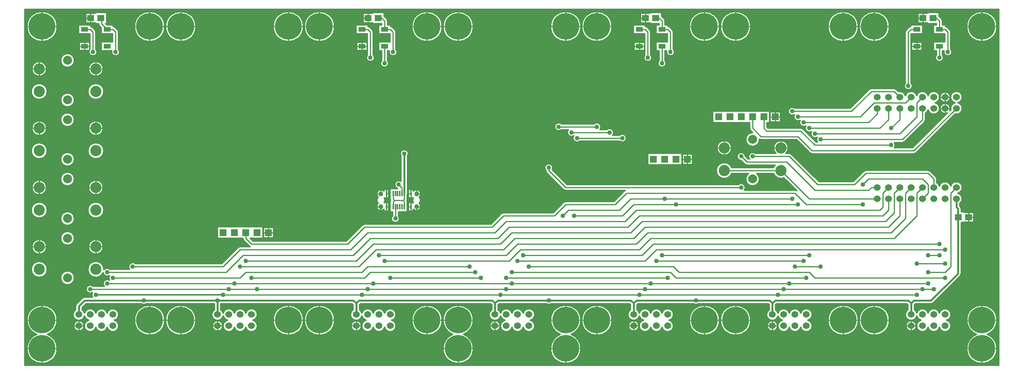
<source format=gbr>
G04 DesignSpark PCB Gerber Version 11.0 Build 5877*
G04 #@! TF.Part,Single*
G04 #@! TF.FileFunction,Copper,L2,Bot*
G04 #@! TF.FilePolarity,Positive*
%FSLAX35Y35*%
%MOIN*%
G04 #@! TA.AperFunction,SMDPad,CuDef*
%ADD133R,0.01181X0.04528*%
G04 #@! TA.AperFunction,ComponentPad*
%ADD113R,0.06000X0.06000*%
G04 #@! TD.AperFunction*
%ADD70C,0.01000*%
%ADD109C,0.01181*%
%ADD19C,0.01200*%
%ADD107C,0.01575*%
G04 #@! TA.AperFunction,ViaPad*
%ADD108C,0.04000*%
G04 #@! TA.AperFunction,ComponentPad*
%ADD116C,0.04331*%
%ADD21C,0.06000*%
G04 #@! TA.AperFunction,WasherPad*
%ADD111C,0.07874*%
G04 #@! TA.AperFunction,ComponentPad*
%ADD112C,0.09843*%
G04 #@! TA.AperFunction,SMDPad,CuDef*
%ADD132R,0.06299X0.03937*%
%ADD90R,0.06000X0.05500*%
G04 #@! TA.AperFunction,WasherPad*
%ADD110C,0.23622*%
G04 #@! TD.AperFunction*
X0Y0D02*
D02*
D19*
X5250Y320250D02*
Y5250D01*
X865250D01*
Y320250D01*
X5250D01*
X6839Y45250D02*
G75*
G02*
X33661I13411J0D01*
G01*
G75*
G02*
X25109Y32750I-13411J0D01*
G01*
G75*
G02*
X33661Y20250I-4859J-12500D01*
G01*
G75*
G02*
X6839I-13411J0D01*
G01*
G75*
G02*
X15391Y32750I13411J0D01*
G01*
G75*
G02*
X6839Y45250I4859J12500D01*
G01*
Y305250D02*
G75*
G02*
X33661I13411J0D01*
G01*
G75*
G02*
X6839I-13411J0D01*
G01*
X10654Y90250D02*
G75*
G02*
X24846I7096J0D01*
G01*
G75*
G02*
X10654I-7096J0D01*
G01*
Y142750D02*
G75*
G02*
X24846I7096J0D01*
G01*
G75*
G02*
X10654I-7096J0D01*
G01*
X11229Y110250D02*
G75*
G02*
X24271I6521J0D01*
G01*
G75*
G02*
X11229I-6521J0D01*
G01*
X10654Y195250D02*
G75*
G02*
X24846I7096J0D01*
G01*
G75*
G02*
X10654I-7096J0D01*
G01*
X11229Y162750D02*
G75*
G02*
X24271I6521J0D01*
G01*
G75*
G02*
X11229I-6521J0D01*
G01*
X10654Y247750D02*
G75*
G02*
X24846I7096J0D01*
G01*
G75*
G02*
X10654I-7096J0D01*
G01*
X11229Y215250D02*
G75*
G02*
X24271I6521J0D01*
G01*
G75*
G02*
X11229I-6521J0D01*
G01*
Y267750D02*
G75*
G02*
X24271I6521J0D01*
G01*
G75*
G02*
X11229I-6521J0D01*
G01*
X36638Y82750D02*
G75*
G02*
X48862I6112J0D01*
G01*
G75*
G02*
X36638I-6112J0D01*
G01*
X834675Y140848D02*
X843100D01*
Y132152D01*
X834675D01*
Y131577D01*
X831962D01*
Y86500D01*
G75*
G02*
X831093Y84404I-2962J0D01*
G01*
X807346Y60657D01*
G75*
G02*
X805250Y59788I-2096J2093D01*
G01*
X791477D01*
X790712Y59023D01*
Y54493D01*
G75*
G02*
X792750Y51583I-2962J-4243D01*
G01*
G75*
G02*
X802750I5000J-1334D01*
G01*
G75*
G02*
X812750I5000J-1334D01*
G01*
G75*
G02*
X822925Y50250I5000J-1333D01*
G01*
G75*
G02*
X819083Y45250I-5175J0D01*
G01*
G75*
G02*
X822925Y40250I-1333J-5000D01*
G01*
G75*
G02*
X812750Y38917I-5175J0D01*
G01*
G75*
G02*
X802750I-5000J1334D01*
G01*
G75*
G02*
X792575Y40250I-5000J1333D01*
G01*
G75*
G02*
X796417Y45250I5175J0D01*
G01*
G75*
G02*
X792750Y48917I1334J5000D01*
G01*
G75*
G02*
X782575Y50250I-5000J1333D01*
G01*
G75*
G02*
X784788Y54493I5175J0D01*
G01*
Y59023D01*
X784023Y59788D01*
X668977D01*
X668212Y59023D01*
Y54493D01*
G75*
G02*
X670250Y51583I-2962J-4243D01*
G01*
G75*
G02*
X680250I5000J-1334D01*
G01*
G75*
G02*
X690250I5000J-1334D01*
G01*
G75*
G02*
X700425Y50250I5000J-1333D01*
G01*
G75*
G02*
X696583Y45250I-5175J0D01*
G01*
G75*
G02*
X700425Y40250I-1333J-5000D01*
G01*
G75*
G02*
X690250Y38917I-5175J0D01*
G01*
G75*
G02*
X680250I-5000J1334D01*
G01*
G75*
G02*
X670075Y40250I-5000J1333D01*
G01*
G75*
G02*
X673917Y45250I5175J0D01*
G01*
G75*
G02*
X670250Y48917I1334J5000D01*
G01*
G75*
G02*
X660075Y50250I-5000J1333D01*
G01*
G75*
G02*
X662288Y54493I5175J0D01*
G01*
Y59023D01*
X661523Y59788D01*
X599796D01*
G75*
G02*
X595704I-2046J2962D01*
G01*
X546477D01*
X545712Y59023D01*
Y54493D01*
G75*
G02*
X547750Y51583I-2962J-4243D01*
G01*
G75*
G02*
X557750I5000J-1334D01*
G01*
G75*
G02*
X567750I5000J-1334D01*
G01*
G75*
G02*
X577925Y50250I5000J-1333D01*
G01*
G75*
G02*
X574083Y45250I-5175J0D01*
G01*
G75*
G02*
X577925Y40250I-1333J-5000D01*
G01*
G75*
G02*
X567750Y38917I-5175J0D01*
G01*
G75*
G02*
X557750I-5000J1334D01*
G01*
G75*
G02*
X547575Y40250I-5000J1333D01*
G01*
G75*
G02*
X551417Y45250I5175J0D01*
G01*
G75*
G02*
X547750Y48917I1334J5000D01*
G01*
G75*
G02*
X537575Y50250I-5000J1333D01*
G01*
G75*
G02*
X539788Y54493I5175J0D01*
G01*
Y59023D01*
X539023Y59788D01*
X469796D01*
G75*
G02*
X465704I-2046J2962D01*
G01*
X423977D01*
X423212Y59023D01*
Y54493D01*
G75*
G02*
X425250Y51583I-2962J-4243D01*
G01*
G75*
G02*
X435250I5000J-1334D01*
G01*
G75*
G02*
X445250I5000J-1334D01*
G01*
G75*
G02*
X455425Y50250I5000J-1333D01*
G01*
G75*
G02*
X451583Y45250I-5175J0D01*
G01*
G75*
G02*
X455425Y40250I-1333J-5000D01*
G01*
G75*
G02*
X445250Y38917I-5175J0D01*
G01*
G75*
G02*
X435250I-5000J1334D01*
G01*
G75*
G02*
X425075Y40250I-5000J1333D01*
G01*
G75*
G02*
X428917Y45250I5175J0D01*
G01*
G75*
G02*
X425250Y48917I1334J5000D01*
G01*
G75*
G02*
X415075Y50250I-5000J1333D01*
G01*
G75*
G02*
X417288Y54493I5175J0D01*
G01*
Y59023D01*
X416523Y59788D01*
X301477D01*
X300712Y59023D01*
Y54493D01*
G75*
G02*
X302750Y51583I-2962J-4243D01*
G01*
G75*
G02*
X312750I5000J-1334D01*
G01*
G75*
G02*
X322750I5000J-1334D01*
G01*
G75*
G02*
X332925Y50250I5000J-1333D01*
G01*
G75*
G02*
X329083Y45250I-5175J0D01*
G01*
G75*
G02*
X332925Y40250I-1333J-5000D01*
G01*
G75*
G02*
X322750Y38917I-5175J0D01*
G01*
G75*
G02*
X312750I-5000J1334D01*
G01*
G75*
G02*
X302575Y40250I-5000J1333D01*
G01*
G75*
G02*
X306417Y45250I5175J0D01*
G01*
G75*
G02*
X302750Y48917I1334J5000D01*
G01*
G75*
G02*
X292575Y50250I-5000J1333D01*
G01*
G75*
G02*
X294788Y54493I5175J0D01*
G01*
Y59023D01*
X294023Y59788D01*
X178212D01*
Y54493D01*
G75*
G02*
X180250Y51583I-2962J-4243D01*
G01*
G75*
G02*
X190250I5000J-1334D01*
G01*
G75*
G02*
X200250I5000J-1334D01*
G01*
G75*
G02*
X210425Y50250I5000J-1333D01*
G01*
G75*
G02*
X206583Y45250I-5175J0D01*
G01*
G75*
G02*
X210425Y40250I-1333J-5000D01*
G01*
G75*
G02*
X200250Y38917I-5175J0D01*
G01*
G75*
G02*
X190250I-5000J1334D01*
G01*
G75*
G02*
X180075Y40250I-5000J1333D01*
G01*
G75*
G02*
X183917Y45250I5175J0D01*
G01*
G75*
G02*
X180250Y48917I1334J5000D01*
G01*
G75*
G02*
X170075Y50250I-5000J1333D01*
G01*
G75*
G02*
X172288Y54493I5175J0D01*
G01*
Y59788D01*
X112296D01*
G75*
G02*
X108204I-2046J2962D01*
G01*
X58977D01*
X55712Y56523D01*
Y54493D01*
G75*
G02*
X57750Y51583I-2962J-4243D01*
G01*
G75*
G02*
X67750I5000J-1334D01*
G01*
G75*
G02*
X77750I5000J-1333D01*
G01*
G75*
G02*
X87925Y50250I5000J-1333D01*
G01*
G75*
G02*
X84083Y45250I-5175J0D01*
G01*
G75*
G02*
X87925Y40250I-1333J-5000D01*
G01*
G75*
G02*
X77750Y38917I-5175J0D01*
G01*
G75*
G02*
X67750I-5000J1334D01*
G01*
G75*
G02*
X57575Y40250I-5000J1333D01*
G01*
G75*
G02*
X61417Y45250I5175J0D01*
G01*
G75*
G02*
X57750Y48917I1334J5000D01*
G01*
G75*
G02*
X47575Y50250I-5000J1333D01*
G01*
G75*
G02*
X49788Y54493I5175J0D01*
G01*
Y57750D01*
G75*
G02*
X50657Y59846I2962J0D01*
G01*
X55654Y64843D01*
G75*
G02*
X57750Y65712I2096J-2093D01*
G01*
X64782D01*
G75*
G02*
X64770Y69770I2968J2038D01*
G01*
G75*
G02*
X59150Y72750I-2020J2980D01*
G01*
G75*
G02*
X65159Y75425I3600J0D01*
G01*
X75002D01*
G75*
G02*
X79770Y80730I2748J2325D01*
G01*
G75*
G02*
Y84770I2980J2020D01*
G01*
G75*
G02*
X74184Y87257I-2020J2980D01*
G01*
G75*
G02*
X60654Y90250I-6434J2993D01*
G01*
G75*
G02*
X74846I7096J0D01*
G01*
G75*
G02*
X74835Y89863I-7094J2D01*
G01*
G75*
G02*
X80159Y90425I2915J-2113D01*
G01*
X97502D01*
G75*
G02*
X102659Y95425I2748J2325D01*
G01*
X179142D01*
X193356Y109639D01*
G75*
G02*
X195250Y110425I1894J-1889D01*
G01*
X203928D01*
G75*
G02*
X203356Y110861I1322J2326D01*
G01*
X198361Y115856D01*
G75*
G02*
X197581Y117577I1889J1894D01*
G01*
X175077D01*
Y127923D01*
X215423D01*
Y117577D01*
X204206D01*
X206358Y115425D01*
X289142D01*
X303356Y129639D01*
G75*
G02*
X305250Y130425I1894J-1889D01*
G01*
X416642D01*
X425856Y139639D01*
G75*
G02*
X427750Y140425I1894J-1889D01*
G01*
X471642D01*
X480856Y149639D01*
G75*
G02*
X482750Y150425I1894J-1889D01*
G01*
X525392D01*
X534606Y159639D01*
G75*
G02*
X535178Y160075I1894J-1890D01*
G01*
X482750D01*
G75*
G02*
X480856Y160861I0J2675D01*
G01*
X465861Y175856D01*
G75*
G02*
X465075Y177750I1889J1894D01*
G01*
Y177841D01*
G75*
G02*
X464150Y180250I2675J2409D01*
G01*
G75*
G02*
X471350I3600J0D01*
G01*
G75*
G02*
X470855Y178428I-3600J0D01*
G01*
X483858Y165425D01*
X635341D01*
G75*
G02*
X640498Y160425I2409J-2675D01*
G01*
X685250D01*
G75*
G02*
X686758Y159959I0J-2675D01*
G01*
X675506Y171211D01*
G75*
G02*
X666178Y175075I-2756J6539D01*
G01*
X651501D01*
G75*
G02*
X653862Y170250I-3751J-4825D01*
G01*
G75*
G02*
X641638I-6112J0D01*
G01*
G75*
G02*
X643999Y175075I6112J0D01*
G01*
X629322D01*
G75*
G02*
X615654Y177750I-6572J2675D01*
G01*
G75*
G02*
X629322Y180425I7096J0D01*
G01*
X666178D01*
G75*
G02*
X667547Y182575I6573J-2674D01*
G01*
X642750D01*
G75*
G02*
X640856Y183361I0J2675D01*
G01*
X637562Y186655D01*
G75*
G02*
X634150Y190250I188J3595D01*
G01*
G75*
G02*
X641345Y190438I3600J0D01*
G01*
X643858Y187925D01*
X645002D01*
G75*
G02*
X650159Y192925I2748J2325D01*
G01*
X668363D01*
G75*
G02*
X666229Y197750I4387J4825D01*
G01*
G75*
G02*
X679271I6521J0D01*
G01*
G75*
G02*
X677137Y192925I-6521J0D01*
G01*
X680250D01*
G75*
G02*
X682144Y192139I0J-2675D01*
G01*
X706358Y167925D01*
X736642D01*
X745856Y177139D01*
G75*
G02*
X747750Y177925I1894J-1889D01*
G01*
X802750D01*
G75*
G02*
X804644Y177139I0J-2675D01*
G01*
X809639Y172144D01*
G75*
G02*
X810425Y170250I-1889J-1894D01*
G01*
Y167180D01*
G75*
G02*
X812750Y164083I-2675J-4430D01*
G01*
G75*
G02*
X822750I5000J-1333D01*
G01*
G75*
G02*
X832925Y162750I5000J-1333D01*
G01*
G75*
G02*
X829083Y157750I-5175J0D01*
G01*
G75*
G02*
X830712Y148507I-1333J-5000D01*
G01*
Y146477D01*
X831093Y146096D01*
G75*
G02*
X831962Y144000I-2093J-2096D01*
G01*
Y141423D01*
X834675D01*
Y140848D01*
X836839Y45250D02*
G75*
G02*
X863661I13411J0D01*
G01*
G75*
G02*
X855109Y32750I-13411J0D01*
G01*
G75*
G02*
X863661Y20250I-4859J-12500D01*
G01*
G75*
G02*
X836839I-13411J0D01*
G01*
G75*
G02*
X845391Y32750I13411J0D01*
G01*
G75*
G02*
X836839Y45250I4859J12500D01*
G01*
X783150Y40250D02*
G75*
G02*
X792350I4600J0D01*
G01*
G75*
G02*
X783150I-4600J0D01*
G01*
X714339Y45250D02*
G75*
G02*
X741161I13411J0D01*
G01*
G75*
G02*
X714339I-13411J0D01*
G01*
X741839D02*
G75*
G02*
X768661I13411J0D01*
G01*
G75*
G02*
X741839I-13411J0D01*
G01*
X660650Y40250D02*
G75*
G02*
X669850I4600J0D01*
G01*
G75*
G02*
X660650I-4600J0D01*
G01*
X619339Y45250D02*
G75*
G02*
X646161I13411J0D01*
G01*
G75*
G02*
X619339I-13411J0D01*
G01*
X591839D02*
G75*
G02*
X618661I13411J0D01*
G01*
G75*
G02*
X591839I-13411J0D01*
G01*
X538150Y40250D02*
G75*
G02*
X547350I4600J0D01*
G01*
G75*
G02*
X538150I-4600J0D01*
G01*
X496839Y45250D02*
G75*
G02*
X523661I13411J0D01*
G01*
G75*
G02*
X496839I-13411J0D01*
G01*
X469339D02*
G75*
G02*
X496161I13411J0D01*
G01*
G75*
G02*
X487609Y32750I-13411J0D01*
G01*
G75*
G02*
X496161Y20250I-4859J-12500D01*
G01*
G75*
G02*
X469339I-13411J0D01*
G01*
G75*
G02*
X477891Y32750I13411J0D01*
G01*
G75*
G02*
X469339Y45250I4859J12500D01*
G01*
X415650Y40250D02*
G75*
G02*
X424850I4600J0D01*
G01*
G75*
G02*
X415650I-4600J0D01*
G01*
X346839Y45250D02*
G75*
G02*
X373661I13411J0D01*
G01*
G75*
G02*
X346839I-13411J0D01*
G01*
X374339D02*
G75*
G02*
X401161I13411J0D01*
G01*
G75*
G02*
X392609Y32750I-13411J0D01*
G01*
G75*
G02*
X401161Y20250I-4859J-12500D01*
G01*
G75*
G02*
X374339I-13411J0D01*
G01*
G75*
G02*
X382891Y32750I13411J0D01*
G01*
G75*
G02*
X374339Y45250I4859J12500D01*
G01*
X293150Y40250D02*
G75*
G02*
X302350I4600J0D01*
G01*
G75*
G02*
X293150I-4600J0D01*
G01*
X224339Y45250D02*
G75*
G02*
X251161I13411J0D01*
G01*
G75*
G02*
X224339I-13411J0D01*
G01*
X251839D02*
G75*
G02*
X278661I13411J0D01*
G01*
G75*
G02*
X251839I-13411J0D01*
G01*
X170650Y40250D02*
G75*
G02*
X179850I4600J0D01*
G01*
G75*
G02*
X170650I-4600J0D01*
G01*
X129339Y45250D02*
G75*
G02*
X156161I13411J0D01*
G01*
G75*
G02*
X129339I-13411J0D01*
G01*
X101839D02*
G75*
G02*
X128661I13411J0D01*
G01*
G75*
G02*
X101839I-13411J0D01*
G01*
X48150Y40250D02*
G75*
G02*
X57350I4600J0D01*
G01*
G75*
G02*
X48150I-4600J0D01*
G01*
X36638Y117750D02*
G75*
G02*
X48862I6112J0D01*
G01*
G75*
G02*
X36638I-6112J0D01*
G01*
Y135250D02*
G75*
G02*
X48862I6112J0D01*
G01*
G75*
G02*
X36638I-6112J0D01*
G01*
Y170250D02*
G75*
G02*
X48862I6112J0D01*
G01*
G75*
G02*
X36638I-6112J0D01*
G01*
Y187750D02*
G75*
G02*
X48862I6112J0D01*
G01*
G75*
G02*
X36638I-6112J0D01*
G01*
Y222750D02*
G75*
G02*
X48862I6112J0D01*
G01*
G75*
G02*
X36638I-6112J0D01*
G01*
Y240250D02*
G75*
G02*
X48862I6112J0D01*
G01*
G75*
G02*
X36638I-6112J0D01*
G01*
Y275250D02*
G75*
G02*
X48862I6112J0D01*
G01*
G75*
G02*
X36638I-6112J0D01*
G01*
X67925Y285159D02*
G75*
G02*
X68850Y282750I-2675J-2409D01*
G01*
G75*
G02*
X61650I-3600J0D01*
G01*
G75*
G02*
X61948Y284183I3600J0D01*
G01*
X53002D01*
Y291317D01*
X62498D01*
Y285071D01*
G75*
G02*
X62575Y285159I2754J-2321D01*
G01*
Y298608D01*
X52427D01*
Y306892D01*
X63073D01*
Y305405D01*
G75*
G02*
X64644Y304639I-323J-2656D01*
G01*
X67139Y302144D01*
G75*
G02*
X67925Y300250I-1889J-1894D01*
G01*
Y285159D01*
X60654Y142750D02*
G75*
G02*
X74846I7096J0D01*
G01*
G75*
G02*
X60654I-7096J0D01*
G01*
X61229Y110250D02*
G75*
G02*
X74271I6521J0D01*
G01*
G75*
G02*
X61229I-6521J0D01*
G01*
X60654Y195250D02*
G75*
G02*
X74846I7096J0D01*
G01*
G75*
G02*
X60654I-7096J0D01*
G01*
X61229Y162750D02*
G75*
G02*
X74271I6521J0D01*
G01*
G75*
G02*
X61229I-6521J0D01*
G01*
X60654Y247750D02*
G75*
G02*
X74846I7096J0D01*
G01*
G75*
G02*
X60654I-7096J0D01*
G01*
X61229Y215250D02*
G75*
G02*
X74271I6521J0D01*
G01*
G75*
G02*
X61229I-6521J0D01*
G01*
Y267750D02*
G75*
G02*
X74271I6521J0D01*
G01*
G75*
G02*
X61229I-6521J0D01*
G01*
X87925Y285159D02*
G75*
G02*
X88850Y282750I-2675J-2409D01*
G01*
G75*
G02*
X81650I-3600J0D01*
G01*
G75*
G02*
X81754Y283608I3600J0D01*
G01*
X72427D01*
Y291892D01*
X82575D01*
Y298608D01*
X72427D01*
Y304290D01*
X70861Y305856D01*
G75*
G02*
X70075Y307750I1889J1894D01*
G01*
Y307825D01*
X67077D01*
Y308400D01*
X58652D01*
Y317100D01*
X67077D01*
Y317675D01*
X77423D01*
Y307825D01*
X76458D01*
X77391Y306892D01*
X83073D01*
Y305405D01*
G75*
G02*
X84644Y304639I-323J-2656D01*
G01*
X87139Y302144D01*
G75*
G02*
X87925Y300250I-1889J-1894D01*
G01*
Y285159D01*
X101839Y305250D02*
G75*
G02*
X128661I13411J0D01*
G01*
G75*
G02*
X101839I-13411J0D01*
G01*
X129339D02*
G75*
G02*
X156161I13411J0D01*
G01*
G75*
G02*
X129339I-13411J0D01*
G01*
X215652Y127348D02*
X224848D01*
Y118152D01*
X215652D01*
Y127348D01*
X224339Y305250D02*
G75*
G02*
X251161I13411J0D01*
G01*
G75*
G02*
X224339I-13411J0D01*
G01*
X251839D02*
G75*
G02*
X278661I13411J0D01*
G01*
G75*
G02*
X251839I-13411J0D01*
G01*
X312925Y280159D02*
G75*
G02*
X313850Y277750I-2675J-2409D01*
G01*
G75*
G02*
X306650I-3600J0D01*
G01*
G75*
G02*
X307575Y280159I3600J0D01*
G01*
Y298608D01*
X297427D01*
Y306892D01*
X308073D01*
Y305405D01*
G75*
G02*
X309644Y304639I-323J-2656D01*
G01*
X312139Y302144D01*
G75*
G02*
X312925Y300250I-1889J-1894D01*
G01*
Y280159D01*
X298002Y291317D02*
X307498D01*
Y284183D01*
X298002D01*
Y291317D01*
X332925Y285159D02*
G75*
G02*
X333850Y282750I-2675J-2409D01*
G01*
G75*
G02*
X326650I-3600J0D01*
G01*
G75*
G02*
X326754Y283608I3600J0D01*
G01*
X325425D01*
Y275159D01*
G75*
G02*
X326350Y272750I-2675J-2409D01*
G01*
G75*
G02*
X319150I-3600J0D01*
G01*
G75*
G02*
X320075Y275159I3600J0D01*
G01*
Y283608D01*
X317427D01*
Y291892D01*
X327575D01*
Y298608D01*
X317427D01*
Y306892D01*
X320075D01*
Y307825D01*
X312077D01*
Y308400D01*
X303652D01*
Y317100D01*
X312077D01*
Y317675D01*
X322423D01*
Y314359D01*
X324639Y312144D01*
G75*
G02*
X325425Y310250I-1889J-1894D01*
G01*
Y306892D01*
X328073D01*
Y305405D01*
G75*
G02*
X329644Y304639I-323J-2656D01*
G01*
X332139Y302144D01*
G75*
G02*
X332925Y300250I-1889J-1894D01*
G01*
Y285159D01*
X336571Y192750D02*
G75*
G02*
X343771I3600J0D01*
G01*
G75*
G02*
X343133Y190704I-3600J0D01*
G01*
Y157346D01*
G75*
G02*
X342935Y156281I-2962J0D01*
G01*
Y152907D01*
X342846D01*
Y152671D01*
G75*
G02*
X342556Y151461I-2675J0D01*
G01*
G75*
G02*
X342846Y150250I-2385J-1211D01*
G01*
Y150093D01*
X342935D01*
Y141215D01*
X334972D01*
Y137659D01*
G75*
G02*
X335897Y135250I-2675J-2409D01*
G01*
G75*
G02*
X328697I-3600J0D01*
G01*
G75*
G02*
X329622Y137659I3600J0D01*
G01*
Y141215D01*
X327565D01*
Y150093D01*
X327654D01*
Y150250D01*
G75*
G02*
X327944Y151461I2675J0D01*
G01*
G75*
G02*
X327654Y152671I2385J1211D01*
G01*
Y152907D01*
X327565D01*
Y161785D01*
X334272D01*
G75*
G02*
X331650Y165250I978J3465D01*
G01*
G75*
G02*
X337209Y168270I3600J0D01*
G01*
Y190704D01*
G75*
G02*
X336571Y192750I2962J2046D01*
G01*
X322234Y161211D02*
X326612D01*
Y153482D01*
X322474D01*
G75*
G02*
Y149518I-2972J-1982D01*
G01*
X326612D01*
Y141789D01*
X322234D01*
Y143279D01*
G75*
G02*
X315737Y145870I-2732J2591D01*
G01*
G75*
G02*
X317150Y148811I3765J0D01*
G01*
G75*
G02*
Y154189I2352J2689D01*
G01*
G75*
G02*
X315737Y157130I2352J2941D01*
G01*
G75*
G02*
X322234Y159721I3765J0D01*
G01*
Y161211D01*
X348266Y159721D02*
G75*
G02*
X354763Y157130I2732J-2591D01*
G01*
G75*
G02*
X353350Y154189I-3765J0D01*
G01*
G75*
G02*
Y148811I-2352J-2689D01*
G01*
G75*
G02*
X354763Y145870I-2352J-2941D01*
G01*
G75*
G02*
X348266Y143279I-3765J0D01*
G01*
Y141789D01*
X343888D01*
Y149518D01*
X348026D01*
G75*
G02*
Y153482I2972J1982D01*
G01*
X343888D01*
Y161211D01*
X348266D01*
Y159721D01*
X346839Y305250D02*
G75*
G02*
X373661I13411J0D01*
G01*
G75*
G02*
X346839I-13411J0D01*
G01*
X374339D02*
G75*
G02*
X401161I13411J0D01*
G01*
G75*
G02*
X374339I-13411J0D01*
G01*
X469339D02*
G75*
G02*
X496161I13411J0D01*
G01*
G75*
G02*
X469339I-13411J0D01*
G01*
X530341Y209175D02*
G75*
G02*
X536350Y206500I2409J-2675D01*
G01*
G75*
G02*
X530341Y203825I-3600J0D01*
G01*
X495159D01*
G75*
G02*
X489770Y208520I-2409J2675D01*
G01*
G75*
G02*
X485002Y213825I-2020J2980D01*
G01*
X478909D01*
G75*
G02*
X472900Y216500I-2409J2675D01*
G01*
G75*
G02*
X478909Y219175I3600J0D01*
G01*
X507841D01*
G75*
G02*
X512998Y214175I2409J-2675D01*
G01*
X519091D01*
G75*
G02*
X524248Y209175I2409J-2675D01*
G01*
X530341D01*
X496839Y305250D02*
G75*
G02*
X523661I13411J0D01*
G01*
G75*
G02*
X496839I-13411J0D01*
G01*
X557925Y280159D02*
G75*
G02*
X558850Y277750I-2675J-2409D01*
G01*
G75*
G02*
X551650I-3600J0D01*
G01*
G75*
G02*
X552575Y280159I3600J0D01*
G01*
Y298608D01*
X542427D01*
Y306892D01*
X553073D01*
Y305405D01*
G75*
G02*
X554644Y304639I-323J-2656D01*
G01*
X557139Y302144D01*
G75*
G02*
X557925Y300250I-1889J-1894D01*
G01*
Y280159D01*
X555077Y192923D02*
X585423D01*
Y182577D01*
X555077D01*
Y192923D01*
X543002Y291317D02*
X552498D01*
Y284183D01*
X543002D01*
Y291317D01*
X577925Y285159D02*
G75*
G02*
X578850Y282750I-2675J-2409D01*
G01*
G75*
G02*
X571650I-3600J0D01*
G01*
G75*
G02*
X571754Y283608I3600J0D01*
G01*
X570425D01*
Y275159D01*
G75*
G02*
X571350Y272750I-2675J-2409D01*
G01*
G75*
G02*
X564150I-3600J0D01*
G01*
G75*
G02*
X565075Y275159I3600J0D01*
G01*
Y283608D01*
X562427D01*
Y291892D01*
X572575D01*
Y298608D01*
X562427D01*
Y306892D01*
X565075D01*
Y307825D01*
X557077D01*
Y308400D01*
X548652D01*
Y317100D01*
X557077D01*
Y317675D01*
X567423D01*
Y314359D01*
X569639Y312144D01*
G75*
G02*
X570425Y310250I-1889J-1894D01*
G01*
Y306892D01*
X573073D01*
Y305405D01*
G75*
G02*
X574644Y304639I-323J-2656D01*
G01*
X577139Y302144D01*
G75*
G02*
X577925Y300250I-1889J-1894D01*
G01*
Y285159D01*
X585652Y192348D02*
X594848D01*
Y183152D01*
X585652D01*
Y192348D01*
X591839Y305250D02*
G75*
G02*
X618661I13411J0D01*
G01*
G75*
G02*
X591839I-13411J0D01*
G01*
X822575Y242750D02*
G75*
G02*
X832925I5175J0D01*
G01*
G75*
G02*
X829083Y237750I-5175J0D01*
G01*
G75*
G02*
X826509Y227726I-1333J-5000D01*
G01*
X792144Y193361D01*
G75*
G02*
X790250Y192575I-1894J1889D01*
G01*
X700250D01*
G75*
G02*
X698356Y193361I0J2675D01*
G01*
X686642Y205075D01*
X655250D01*
G75*
G02*
X653858Y205466I0J2675D01*
G01*
G75*
G02*
X653862Y205250I-6116J-220D01*
G01*
G75*
G02*
X641638I-6112J0D01*
G01*
G75*
G02*
X647856Y211361I6112J0D01*
G01*
X645861Y213356D01*
G75*
G02*
X645075Y215250I1889J1894D01*
G01*
Y220077D01*
X612577D01*
Y230423D01*
X662923D01*
Y220077D01*
X660425D01*
Y216358D01*
X661358Y215425D01*
X690250D01*
G75*
G02*
X692144Y214639I0J-2675D01*
G01*
X703858Y202925D01*
X705002D01*
G75*
G02*
X704770Y207270I2748J2325D01*
G01*
G75*
G02*
X699770Y212270I-2020J2980D01*
G01*
G75*
G02*
X694770Y217270I-2020J2980D01*
G01*
G75*
G02*
X689770Y222270I-2020J2980D01*
G01*
G75*
G02*
X684770Y227270I-2020J2980D01*
G01*
G75*
G02*
X679150Y230250I-2020J2980D01*
G01*
G75*
G02*
X685159Y232925I3600J0D01*
G01*
X734142D01*
X750856Y249639D01*
G75*
G02*
X752750Y250425I1894J-1889D01*
G01*
X772750D01*
G75*
G02*
X774644Y249639I0J-2675D01*
G01*
X776509Y247774D01*
G75*
G02*
X782750Y244083I1241J-5024D01*
G01*
G75*
G02*
X792750I5000J-1333D01*
G01*
G75*
G02*
X802750I5000J-1333D01*
G01*
G75*
G02*
X812925Y242750I5000J-1333D01*
G01*
G75*
G02*
X809083Y237750I-5175J0D01*
G01*
G75*
G02*
X807750Y227575I-1333J-5000D01*
G01*
G75*
G02*
X802750Y231417I0J5175D01*
G01*
G75*
G02*
X800425Y228320I-5000J1333D01*
G01*
Y222750D01*
G75*
G02*
X799639Y220856I-2675J0D01*
G01*
X782144Y203361D01*
G75*
G02*
X780250Y202575I-1894J1889D01*
G01*
X772998D01*
G75*
G02*
Y197925I-2748J-2325D01*
G01*
X789142D01*
X819901Y228684D01*
G75*
G02*
X813150Y232750I-2151J4066D01*
G01*
G75*
G02*
X817750Y237350I4600J0D01*
G01*
G75*
G02*
X821816Y230599I0J-4600D01*
G01*
X822726Y231509D01*
G75*
G02*
X826417Y237750I5024J1241D01*
G01*
G75*
G02*
X822575Y242750I1333J5000D01*
G01*
X616229Y197750D02*
G75*
G02*
X629271I6521J0D01*
G01*
G75*
G02*
X616229I-6521J0D01*
G01*
X619339Y305250D02*
G75*
G02*
X646161I13411J0D01*
G01*
G75*
G02*
X619339I-13411J0D01*
G01*
X663152Y229848D02*
X672348D01*
Y220652D01*
X663152D01*
Y229848D01*
X714339Y305250D02*
G75*
G02*
X741161I13411J0D01*
G01*
G75*
G02*
X714339I-13411J0D01*
G01*
X741839D02*
G75*
G02*
X768661I13411J0D01*
G01*
G75*
G02*
X741839I-13411J0D01*
G01*
X787427Y306892D02*
X798073D01*
Y298608D01*
X787925D01*
Y255159D01*
G75*
G02*
X788850Y252750I-2675J-2409D01*
G01*
G75*
G02*
X781650I-3600J0D01*
G01*
G75*
G02*
X782575Y255159I3600J0D01*
G01*
Y300250D01*
G75*
G02*
X783361Y302144I2675J0D01*
G01*
X785856Y304639D01*
G75*
G02*
X787427Y305405I1894J-1889D01*
G01*
Y306892D01*
X788002Y291317D02*
X797498D01*
Y284183D01*
X788002D01*
Y291317D01*
X822925Y285159D02*
G75*
G02*
X823850Y282750I-2675J-2409D01*
G01*
G75*
G02*
X816650I-3600J0D01*
G01*
G75*
G02*
X816754Y283608I3600J0D01*
G01*
X815425D01*
Y280159D01*
G75*
G02*
X816350Y277750I-2675J-2409D01*
G01*
G75*
G02*
X809150I-3600J0D01*
G01*
G75*
G02*
X810075Y280159I3600J0D01*
G01*
Y283608D01*
X807427D01*
Y291892D01*
X817575D01*
Y298608D01*
X807427D01*
Y306892D01*
X810075D01*
Y307825D01*
X802077D01*
Y308400D01*
X793652D01*
Y317100D01*
X802077D01*
Y317675D01*
X812423D01*
Y314359D01*
X814639Y312144D01*
G75*
G02*
X815425Y310250I-1889J-1894D01*
G01*
Y306892D01*
X818073D01*
Y305405D01*
G75*
G02*
X819644Y304639I-323J-2656D01*
G01*
X822139Y302144D01*
G75*
G02*
X822925Y300250I-1889J-1894D01*
G01*
Y285159D01*
X817750Y247350D02*
G75*
G02*
X822350Y242750I0J-4600D01*
G01*
G75*
G02*
X817750Y238150I-4600J0D01*
G01*
G75*
G02*
X813150Y242750I0J4600D01*
G01*
G75*
G02*
X817750Y247350I4600J0D01*
G01*
X836839Y305250D02*
G75*
G02*
X863661I13411J0D01*
G01*
G75*
G02*
X836839I-13411J0D01*
G01*
X5850Y32750D02*
G36*
X5850Y32750D02*
Y5850D01*
X864650D01*
Y32750D01*
X855109D01*
G75*
G02*
X863661Y20250I-4860J-12501D01*
G01*
G75*
G02*
X836839I-13411J0D01*
G01*
Y20250D01*
G75*
G02*
X845391Y32750I13411J0D01*
G01*
X760109D01*
G75*
G02*
X750391I-4859J12500D01*
G01*
X732609D01*
G75*
G02*
X722891I-4859J12500D01*
G01*
X637609D01*
G75*
G02*
X627891I-4859J12500D01*
G01*
X610109D01*
G75*
G02*
X600391I-4859J12500D01*
G01*
X515109D01*
G75*
G02*
X505391I-4859J12500D01*
G01*
X487609D01*
G75*
G02*
X496161Y20250I-4860J-12501D01*
G01*
G75*
G02*
X469339I-13411J0D01*
G01*
Y20250D01*
G75*
G02*
X477891Y32750I13411J0D01*
G01*
X392609D01*
G75*
G02*
X401161Y20250I-4860J-12501D01*
G01*
G75*
G02*
X374339I-13411J0D01*
G01*
Y20250D01*
G75*
G02*
X382891Y32750I13411J0D01*
G01*
X365109D01*
G75*
G02*
X355391I-4859J12500D01*
G01*
X270109D01*
G75*
G02*
X260391I-4859J12500D01*
G01*
X242609D01*
G75*
G02*
X232891I-4859J12500D01*
G01*
X147609D01*
G75*
G02*
X137891I-4859J12500D01*
G01*
X120109D01*
G75*
G02*
X110391I-4859J12500D01*
G01*
X25109D01*
G75*
G02*
X33661Y20250I-4860J-12501D01*
G01*
G75*
G02*
X6839I-13411J0D01*
G01*
Y20250D01*
G75*
G02*
X15391Y32750I13411J0D01*
G01*
X5850D01*
G37*
Y40250D02*
G36*
X5850Y40250D02*
Y32750D01*
X15391D01*
G75*
G02*
X7806Y40250I4859J12501D01*
G01*
X5850D01*
G37*
X32694D02*
G36*
X32694Y40250D02*
G75*
G02*
X25109Y32750I-12444J5000D01*
G01*
X110391D01*
G75*
G02*
X102806Y40250I4859J12500D01*
G01*
X87925D01*
G75*
G02*
X77750Y38917I-5175J0D01*
G01*
G75*
G02*
X67750I-5000J1333D01*
G01*
G75*
G02*
X57575Y40250I-5000J1334D01*
G01*
X57350D01*
G75*
G02*
X48150I-4600J0D01*
G01*
X32694D01*
G37*
X127694D02*
G36*
X127694Y40250D02*
G75*
G02*
X120109Y32750I-12444J5000D01*
G01*
X137891D01*
G75*
G02*
X130306Y40250I4859J12500D01*
G01*
X127694D01*
G37*
X155194D02*
G36*
X155194Y40250D02*
G75*
G02*
X147609Y32750I-12444J5000D01*
G01*
X232891D01*
G75*
G02*
X225306Y40250I4859J12500D01*
G01*
X210425D01*
G75*
G02*
X200250Y38917I-5175J0D01*
G01*
G75*
G02*
X190250I-5000J1333D01*
G01*
G75*
G02*
X180075Y40250I-5000J1334D01*
G01*
X179850D01*
G75*
G02*
X170650I-4600J0D01*
G01*
X155194D01*
G37*
X250194D02*
G36*
X250194Y40250D02*
G75*
G02*
X242609Y32750I-12444J5000D01*
G01*
X260391D01*
G75*
G02*
X252806Y40250I4859J12500D01*
G01*
X250194D01*
G37*
X277694D02*
G36*
X277694Y40250D02*
G75*
G02*
X270109Y32750I-12444J5000D01*
G01*
X355391D01*
G75*
G02*
X347806Y40250I4859J12500D01*
G01*
X332925D01*
G75*
G02*
X322750Y38917I-5175J0D01*
G01*
G75*
G02*
X312750I-5000J1333D01*
G01*
G75*
G02*
X302575Y40250I-5000J1334D01*
G01*
X302350D01*
G75*
G02*
X293150I-4600J0D01*
G01*
X277694D01*
G37*
X372694D02*
G36*
X372694Y40250D02*
G75*
G02*
X365109Y32750I-12444J5000D01*
G01*
X382891D01*
G75*
G02*
X375306Y40250I4859J12501D01*
G01*
X372694D01*
G37*
X400194D02*
G36*
X400194Y40250D02*
G75*
G02*
X392609Y32750I-12444J5000D01*
G01*
X477891D01*
G75*
G02*
X470306Y40250I4859J12501D01*
G01*
X455425D01*
G75*
G02*
X445250Y38917I-5175J0D01*
G01*
G75*
G02*
X435250I-5000J1333D01*
G01*
G75*
G02*
X425075Y40250I-5000J1334D01*
G01*
X424850D01*
G75*
G02*
X415650I-4600J0D01*
G01*
X400194D01*
G37*
X495194D02*
G36*
X495194Y40250D02*
G75*
G02*
X487609Y32750I-12444J5000D01*
G01*
X505391D01*
G75*
G02*
X497806Y40250I4859J12500D01*
G01*
X495194D01*
G37*
X522694D02*
G36*
X522694Y40250D02*
G75*
G02*
X515109Y32750I-12444J5000D01*
G01*
X600391D01*
G75*
G02*
X592806Y40250I4859J12500D01*
G01*
X577925D01*
G75*
G02*
X567750Y38917I-5175J0D01*
G01*
G75*
G02*
X557750I-5000J1333D01*
G01*
G75*
G02*
X547575Y40250I-5000J1334D01*
G01*
X547350D01*
G75*
G02*
X538150I-4600J0D01*
G01*
X522694D01*
G37*
X617694D02*
G36*
X617694Y40250D02*
G75*
G02*
X610109Y32750I-12444J5000D01*
G01*
X627891D01*
G75*
G02*
X620306Y40250I4859J12500D01*
G01*
X617694D01*
G37*
X645194D02*
G36*
X645194Y40250D02*
G75*
G02*
X637609Y32750I-12444J5000D01*
G01*
X722891D01*
G75*
G02*
X715306Y40250I4859J12500D01*
G01*
X700425D01*
G75*
G02*
X690250Y38917I-5175J0D01*
G01*
G75*
G02*
X680250I-5000J1333D01*
G01*
G75*
G02*
X670075Y40250I-5000J1334D01*
G01*
X669850D01*
G75*
G02*
X660650I-4600J0D01*
G01*
X645194D01*
G37*
X740194D02*
G36*
X740194Y40250D02*
G75*
G02*
X732609Y32750I-12444J5000D01*
G01*
X750391D01*
G75*
G02*
X742806Y40250I4859J12500D01*
G01*
X740194D01*
G37*
X767694D02*
G36*
X767694Y40250D02*
G75*
G02*
X760109Y32750I-12444J5000D01*
G01*
X845391D01*
G75*
G02*
X837806Y40250I4859J12501D01*
G01*
X822925D01*
G75*
G02*
X812750Y38917I-5175J0D01*
G01*
G75*
G02*
X802750I-5000J1333D01*
G01*
G75*
G02*
X792575Y40250I-5000J1334D01*
G01*
X792350D01*
G75*
G02*
X783150I-4600J0D01*
G01*
X767694D01*
G37*
X862694D02*
G36*
X862694Y40250D02*
G75*
G02*
X855109Y32750I-12444J5000D01*
G01*
X864650D01*
Y40250D01*
X862694D01*
G37*
X5850Y82750D02*
G36*
X5850Y82750D02*
Y40250D01*
X7806D01*
G75*
G02*
X6839Y45250I12445J5000D01*
G01*
G75*
G02*
X33661I13411J0D01*
G01*
Y45250D01*
G75*
G02*
X32694Y40250I-13411J0D01*
G01*
X48150D01*
G75*
G02*
X57350I4600J0D01*
G01*
X57575D01*
G75*
G02*
X61417Y45250I5176J0D01*
G01*
G75*
G02*
X57750Y48917I1334J5000D01*
G01*
G75*
G02*
X47575Y50250I-5000J1334D01*
G01*
Y50250D01*
G75*
G02*
X49788Y54493I5174J0D01*
G01*
Y57750D01*
G75*
G02*
X50657Y59846I2962J0D01*
G01*
X55654Y64843D01*
G75*
G02*
X57750Y65712I2096J-2093D01*
G01*
X64782D01*
G75*
G02*
X64150Y67750I2968J2038D01*
G01*
G75*
G02*
X64770Y69770I3600J0D01*
G01*
G75*
G02*
X59150Y72750I-2020J2980D01*
G01*
G75*
G02*
X65159Y75425I3600J0D01*
G01*
X75002D01*
G75*
G02*
X74150Y77750I2749J2325D01*
G01*
G75*
G02*
X79770Y80730I3600J0D01*
G01*
G75*
G02*
X79150Y82750I2980J2020D01*
G01*
X48862D01*
G75*
G02*
X36638I-6112J0D01*
G01*
X5850D01*
G37*
X55712Y56523D02*
G36*
X55712Y56523D02*
Y54493D01*
G75*
G02*
X57750Y51583I-2962J-4243D01*
G01*
G75*
G02*
X67750I5000J-1333D01*
G01*
G75*
G02*
X77750I5000J-1333D01*
G01*
G75*
G02*
X87925Y50250I5000J-1334D01*
G01*
G75*
G02*
X84083Y45250I-5176J0D01*
G01*
G75*
G02*
X87925Y40250I-1333J-5000D01*
G01*
X102806D01*
G75*
G02*
X101839Y45250I12444J5000D01*
G01*
G75*
G02*
X128661I13411J0D01*
G01*
G75*
G02*
X127694Y40250I-13411J0D01*
G01*
X130306D01*
G75*
G02*
X129339Y45250I12444J5000D01*
G01*
G75*
G02*
X156161I13411J0D01*
G01*
G75*
G02*
X155194Y40250I-13411J0D01*
G01*
X170650D01*
G75*
G02*
X179850I4600J0D01*
G01*
X180075D01*
G75*
G02*
X183917Y45250I5176J0D01*
G01*
G75*
G02*
X180250Y48917I1334J5000D01*
G01*
G75*
G02*
X170075Y50250I-5000J1334D01*
G01*
Y50250D01*
G75*
G02*
X172288Y54493I5174J0D01*
G01*
Y59788D01*
X112296D01*
G75*
G02*
X108204I-2046J2962D01*
G01*
X58977D01*
X55712Y56523D01*
G37*
X178212Y59788D02*
G36*
X178212Y59788D02*
Y54493D01*
G75*
G02*
X180250Y51583I-2962J-4243D01*
G01*
G75*
G02*
X190250I5000J-1333D01*
G01*
G75*
G02*
X200250I5000J-1333D01*
G01*
G75*
G02*
X210425Y50250I5000J-1334D01*
G01*
G75*
G02*
X206583Y45250I-5176J0D01*
G01*
G75*
G02*
X210425Y40250I-1333J-5000D01*
G01*
X225306D01*
G75*
G02*
X224339Y45250I12444J5000D01*
G01*
G75*
G02*
X251161I13411J0D01*
G01*
G75*
G02*
X250194Y40250I-13411J0D01*
G01*
X252806D01*
G75*
G02*
X251839Y45250I12444J5000D01*
G01*
G75*
G02*
X278661I13411J0D01*
G01*
G75*
G02*
X277694Y40250I-13411J0D01*
G01*
X293150D01*
G75*
G02*
X302350I4600J0D01*
G01*
X302575D01*
G75*
G02*
X306417Y45250I5176J0D01*
G01*
G75*
G02*
X302750Y48917I1334J5000D01*
G01*
G75*
G02*
X292575Y50250I-5000J1334D01*
G01*
Y50250D01*
G75*
G02*
X294788Y54493I5174J0D01*
G01*
Y59023D01*
X294023Y59788D01*
X178212D01*
G37*
X300712Y59023D02*
G36*
X300712Y59023D02*
Y54493D01*
G75*
G02*
X302750Y51583I-2962J-4243D01*
G01*
G75*
G02*
X312750I5000J-1333D01*
G01*
G75*
G02*
X322750I5000J-1333D01*
G01*
G75*
G02*
X332925Y50250I5000J-1334D01*
G01*
G75*
G02*
X329083Y45250I-5176J0D01*
G01*
G75*
G02*
X332925Y40250I-1333J-5000D01*
G01*
X347806D01*
G75*
G02*
X346839Y45250I12444J5000D01*
G01*
G75*
G02*
X373661I13411J0D01*
G01*
G75*
G02*
X372694Y40250I-13411J0D01*
G01*
X375306D01*
G75*
G02*
X374339Y45250I12445J5000D01*
G01*
G75*
G02*
X401161I13411J0D01*
G01*
Y45250D01*
G75*
G02*
X400194Y40250I-13411J0D01*
G01*
X415650D01*
G75*
G02*
X424850I4600J0D01*
G01*
X425075D01*
G75*
G02*
X428917Y45250I5176J0D01*
G01*
G75*
G02*
X425250Y48917I1334J5000D01*
G01*
G75*
G02*
X415075Y50250I-5000J1334D01*
G01*
Y50250D01*
G75*
G02*
X417288Y54493I5174J0D01*
G01*
Y59023D01*
X416523Y59788D01*
X301477D01*
X300712Y59023D01*
G37*
X423212D02*
G36*
X423212Y59023D02*
Y54493D01*
G75*
G02*
X425250Y51583I-2962J-4243D01*
G01*
G75*
G02*
X435250I5000J-1333D01*
G01*
G75*
G02*
X445250I5000J-1333D01*
G01*
G75*
G02*
X455425Y50250I5000J-1334D01*
G01*
G75*
G02*
X451583Y45250I-5176J0D01*
G01*
G75*
G02*
X455425Y40250I-1333J-5000D01*
G01*
X470306D01*
G75*
G02*
X469339Y45250I12445J5000D01*
G01*
G75*
G02*
X496161I13411J0D01*
G01*
Y45250D01*
G75*
G02*
X495194Y40250I-13411J0D01*
G01*
X497806D01*
G75*
G02*
X496839Y45250I12444J5000D01*
G01*
G75*
G02*
X523661I13411J0D01*
G01*
G75*
G02*
X522694Y40250I-13411J0D01*
G01*
X538150D01*
G75*
G02*
X547350I4600J0D01*
G01*
X547575D01*
G75*
G02*
X551417Y45250I5176J0D01*
G01*
G75*
G02*
X547750Y48917I1334J5000D01*
G01*
G75*
G02*
X537575Y50250I-5000J1334D01*
G01*
Y50250D01*
G75*
G02*
X539788Y54493I5174J0D01*
G01*
Y59023D01*
X539023Y59788D01*
X469796D01*
G75*
G02*
X465704I-2046J2962D01*
G01*
X423977D01*
X423212Y59023D01*
G37*
X545712D02*
G36*
X545712Y59023D02*
Y54493D01*
G75*
G02*
X547750Y51583I-2962J-4243D01*
G01*
G75*
G02*
X557750I5000J-1333D01*
G01*
G75*
G02*
X567750I5000J-1333D01*
G01*
G75*
G02*
X577925Y50250I5000J-1334D01*
G01*
G75*
G02*
X574083Y45250I-5176J0D01*
G01*
G75*
G02*
X577925Y40250I-1333J-5000D01*
G01*
X592806D01*
G75*
G02*
X591839Y45250I12444J5000D01*
G01*
G75*
G02*
X618661I13411J0D01*
G01*
G75*
G02*
X617694Y40250I-13411J0D01*
G01*
X620306D01*
G75*
G02*
X619339Y45250I12444J5000D01*
G01*
G75*
G02*
X646161I13411J0D01*
G01*
G75*
G02*
X645194Y40250I-13411J0D01*
G01*
X660650D01*
G75*
G02*
X669850I4600J0D01*
G01*
X670075D01*
G75*
G02*
X673917Y45250I5176J0D01*
G01*
G75*
G02*
X670250Y48917I1334J5000D01*
G01*
G75*
G02*
X660075Y50250I-5000J1334D01*
G01*
Y50250D01*
G75*
G02*
X662288Y54493I5174J0D01*
G01*
Y59023D01*
X661523Y59788D01*
X599796D01*
G75*
G02*
X595704I-2046J2962D01*
G01*
X546477D01*
X545712Y59023D01*
G37*
X668212D02*
G36*
X668212Y59023D02*
Y54493D01*
G75*
G02*
X670250Y51583I-2962J-4243D01*
G01*
G75*
G02*
X680250I5000J-1333D01*
G01*
G75*
G02*
X690250I5000J-1333D01*
G01*
G75*
G02*
X700425Y50250I5000J-1334D01*
G01*
G75*
G02*
X696583Y45250I-5176J0D01*
G01*
G75*
G02*
X700425Y40250I-1333J-5000D01*
G01*
X715306D01*
G75*
G02*
X714339Y45250I12444J5000D01*
G01*
G75*
G02*
X741161I13411J0D01*
G01*
G75*
G02*
X740194Y40250I-13411J0D01*
G01*
X742806D01*
G75*
G02*
X741839Y45250I12444J5000D01*
G01*
G75*
G02*
X768661I13411J0D01*
G01*
G75*
G02*
X767694Y40250I-13411J0D01*
G01*
X783150D01*
G75*
G02*
X792350I4600J0D01*
G01*
X792575D01*
G75*
G02*
X796417Y45250I5176J0D01*
G01*
G75*
G02*
X792750Y48917I1334J5000D01*
G01*
G75*
G02*
X782575Y50250I-5000J1334D01*
G01*
Y50250D01*
G75*
G02*
X784788Y54493I5174J0D01*
G01*
Y59023D01*
X784023Y59788D01*
X668977D01*
X668212Y59023D01*
G37*
X790712D02*
G36*
X790712Y59023D02*
Y54493D01*
G75*
G02*
X792750Y51583I-2962J-4243D01*
G01*
G75*
G02*
X802750I5000J-1333D01*
G01*
G75*
G02*
X812750I5000J-1333D01*
G01*
G75*
G02*
X822925Y50250I5000J-1334D01*
G01*
G75*
G02*
X819083Y45250I-5176J0D01*
G01*
G75*
G02*
X822925Y40250I-1333J-5000D01*
G01*
X837806D01*
G75*
G02*
X836839Y45250I12445J5000D01*
G01*
G75*
G02*
X863661I13411J0D01*
G01*
Y45250D01*
G75*
G02*
X862694Y40250I-13411J0D01*
G01*
X864650D01*
Y82750D01*
X829439D01*
X807346Y60657D01*
G75*
G02*
X805250Y59788I-2096J2093D01*
G01*
X791477D01*
X790712Y59023D01*
G37*
X5850Y90250D02*
G36*
X5850Y90250D02*
Y82750D01*
X36638D01*
G75*
G02*
X48862I6112J0D01*
G01*
X79150D01*
G75*
G02*
X79770Y84770I3600J0D01*
G01*
G75*
G02*
X74184Y87257I-2020J2980D01*
G01*
G75*
G02*
X60654Y90250I-6434J2993D01*
G01*
X24846D01*
G75*
G02*
X10654I-7096J0D01*
G01*
X5850D01*
G37*
X74846D02*
G36*
X74846Y90250D02*
G75*
G02*
X74835Y89863I-7312J7D01*
G01*
G75*
G02*
X75159Y90250I2915J-2114D01*
G01*
X74846D01*
G37*
X831093Y84404D02*
G36*
X831093Y84404D02*
X829439Y82750D01*
X864650D01*
Y90250D01*
X831962D01*
Y86500D01*
G75*
G02*
X831093Y84404I-2962J0D01*
G01*
G37*
X5850Y110250D02*
G36*
X5850Y110250D02*
Y90250D01*
X10654D01*
G75*
G02*
X24846I7096J0D01*
G01*
X60654D01*
G75*
G02*
X74846I7096J0D01*
G01*
X75159D01*
G75*
G02*
X80159Y90425I2591J-2500D01*
G01*
X97502D01*
G75*
G02*
X96650Y92750I2748J2325D01*
G01*
G75*
G02*
X102659Y95425I3600J0D01*
G01*
X179142D01*
X193356Y109639D01*
G75*
G02*
X194299Y110250I1894J-1890D01*
G01*
X74271D01*
G75*
G02*
X61229I-6521J0D01*
G01*
X24271D01*
G75*
G02*
X11229I-6521J0D01*
G01*
X5850D01*
G37*
X831962D02*
G36*
X831962Y110250D02*
Y90250D01*
X864650D01*
Y110250D01*
X831962D01*
G37*
X5850Y117750D02*
G36*
X5850Y117750D02*
Y110250D01*
X11229D01*
G75*
G02*
X24271I6521J0D01*
G01*
X61229D01*
G75*
G02*
X74271I6521J0D01*
G01*
X194299D01*
G75*
G02*
X195250Y110425I951J-2500D01*
G01*
X203928D01*
G75*
G02*
X203356Y110861I1329J2334D01*
G01*
X198361Y115856D01*
G75*
G02*
X197581Y117577I1887J1893D01*
G01*
X175077D01*
Y117750D01*
X48862D01*
G75*
G02*
X36638I-6112J0D01*
G01*
X5850D01*
G37*
X204206Y117577D02*
G36*
X204206Y117577D02*
X206358Y115425D01*
X289142D01*
X291467Y117750D01*
X215423D01*
Y117577D01*
X204206D01*
G37*
X831962Y117750D02*
G36*
X831962Y117750D02*
Y110250D01*
X864650D01*
Y117750D01*
X831962D01*
G37*
X5850Y122750D02*
G36*
X5850Y122750D02*
Y117750D01*
X36638D01*
G75*
G02*
X39235Y122750I6112J0D01*
G01*
X5850D01*
G37*
X46265D02*
G36*
X46265Y122750D02*
G75*
G02*
X48862Y117750I-3515J-5000D01*
G01*
X175077D01*
Y122750D01*
X46265D01*
G37*
X215423D02*
G36*
X215423Y122750D02*
Y117750D01*
X291467D01*
X296467Y122750D01*
X224848D01*
Y118152D01*
X215652D01*
Y122750D01*
X215423D01*
G37*
X831962D02*
G36*
X831962Y122750D02*
Y117750D01*
X864650D01*
Y122750D01*
X831962D01*
G37*
X5850Y135250D02*
G36*
X5850Y135250D02*
Y122750D01*
X39235D01*
G75*
G02*
X46265I3515J-5000D01*
G01*
X175077D01*
Y127923D01*
X215423D01*
Y122750D01*
X215652D01*
Y127348D01*
X224848D01*
Y122750D01*
X296467D01*
X303356Y129639D01*
G75*
G02*
X305250Y130425I1894J-1889D01*
G01*
X416642D01*
X421467Y135250D01*
X335897D01*
G75*
G02*
X328697I-3600J0D01*
G01*
X48862D01*
G75*
G02*
X36638I-6112J0D01*
G01*
X5850D01*
G37*
X831962Y131577D02*
G36*
X831962Y131577D02*
Y122750D01*
X864650D01*
Y135250D01*
X843100D01*
Y132152D01*
X834675D01*
Y131577D01*
X831962D01*
G37*
X5850Y142750D02*
G36*
X5850Y142750D02*
Y135250D01*
X36638D01*
G75*
G02*
X48862I6112J0D01*
G01*
X328697D01*
G75*
G02*
X329622Y137659I3601J0D01*
G01*
Y141215D01*
X327565D01*
Y142750D01*
X326612D01*
Y141789D01*
X322234D01*
Y142750D01*
X321610D01*
G75*
G02*
X317394I-2108J3120D01*
G01*
X74846D01*
G75*
G02*
X60654I-7096J0D01*
G01*
X24846D01*
G75*
G02*
X10654I-7096J0D01*
G01*
X5850D01*
G37*
X334972Y141215D02*
G36*
X334972Y141215D02*
Y137659D01*
G75*
G02*
X335897Y135250I-2676J-2410D01*
G01*
X421467D01*
X425856Y139639D01*
G75*
G02*
X427750Y140425I1894J-1889D01*
G01*
X471642D01*
X473967Y142750D01*
X353106D01*
G75*
G02*
X348890I-2108J3120D01*
G01*
X348266D01*
Y141789D01*
X343888D01*
Y142750D01*
X342935D01*
Y141215D01*
X334972D01*
G37*
X831962Y142750D02*
G36*
X831962Y142750D02*
Y141423D01*
X834675D01*
Y140848D01*
X843100D01*
Y135250D01*
X864650D01*
Y142750D01*
X831962D01*
G37*
X5850Y162750D02*
G36*
X5850Y162750D02*
Y142750D01*
X10654D01*
G75*
G02*
X24846I7096J0D01*
G01*
X60654D01*
G75*
G02*
X74846I7096J0D01*
G01*
X317394D01*
G75*
G02*
X315737Y145870I2108J3120D01*
G01*
G75*
G02*
Y145871I3759J0D01*
G01*
G75*
G02*
X317150Y148811I3763J0D01*
G01*
G75*
G02*
X315930Y151500I2352J2689D01*
G01*
G75*
G02*
X317150Y154189I3572J0D01*
G01*
G75*
G02*
X315737Y157129I2350J2940D01*
G01*
G75*
G02*
Y157130I3759J0D01*
G01*
G75*
G02*
X322234Y159721I3765J0D01*
G01*
Y161211D01*
X326612D01*
Y153482D01*
X322474D01*
G75*
G02*
X323074Y151500I-2972J-1982D01*
G01*
G75*
G02*
X322474Y149518I-3572J0D01*
G01*
X326612D01*
Y142750D01*
X327565D01*
Y150093D01*
X327654D01*
Y150250D01*
G75*
G02*
X327944Y151461I2680J-2D01*
G01*
G75*
G02*
X327654Y152671I2390J1212D01*
G01*
Y152907D01*
X327565D01*
Y161785D01*
X334272D01*
G75*
G02*
X332660Y162750I978J3465D01*
G01*
X74271D01*
G75*
G02*
X61229I-6521J0D01*
G01*
X24271D01*
G75*
G02*
X11229I-6521J0D01*
G01*
X5850D01*
G37*
X321610Y142750D02*
G36*
X321610Y142750D02*
X322234D01*
Y143279D01*
G75*
G02*
X321610Y142750I-2732J2591D01*
G01*
G37*
X342846Y150250D02*
G36*
X342846Y150250D02*
Y150093D01*
X342935D01*
Y142750D01*
X343888D01*
Y149518D01*
X348026D01*
G75*
G02*
X347426Y151500I2972J1982D01*
G01*
G75*
G02*
X348026Y153482I3572J0D01*
G01*
X343888D01*
Y161211D01*
X348266D01*
Y159721D01*
G75*
G02*
X354763Y157130I2732J-2591D01*
G01*
G75*
G02*
Y157129I-3759J0D01*
G01*
G75*
G02*
X353350Y154189I-3763J0D01*
G01*
G75*
G02*
X354570Y151500I-2352J-2689D01*
G01*
G75*
G02*
X353350Y148811I-3572J0D01*
G01*
G75*
G02*
X354763Y145871I-2350J-2940D01*
G01*
G75*
G02*
Y145870I-3759J0D01*
G01*
G75*
G02*
X353106Y142750I-3765J0D01*
G01*
X473967D01*
X480856Y149639D01*
G75*
G02*
X482750Y150425I1894J-1889D01*
G01*
X525392D01*
X534606Y159639D01*
G75*
G02*
X535178Y160075I1901J-1898D01*
G01*
X482750D01*
G75*
G02*
X480856Y160861I0J2675D01*
G01*
X478967Y162750D01*
X343133D01*
Y157346D01*
Y157346D01*
G75*
G02*
X342935Y156281I-2959J0D01*
G01*
Y152907D01*
X342846D01*
Y152671D01*
G75*
G02*
X342556Y151461I-2680J2D01*
G01*
G75*
G02*
X342846Y150250I-2390J-1212D01*
G01*
G37*
X348266Y143279D02*
G36*
X348266Y143279D02*
Y142750D01*
X348890D01*
G75*
G02*
X348266Y143279I2108J3120D01*
G01*
G37*
X641350Y162750D02*
G36*
X641350Y162750D02*
G75*
G02*
X640498Y160425I-3600J0D01*
G01*
X685250D01*
G75*
G02*
X686758Y159959I1J-2670D01*
G01*
X683967Y162750D01*
X641350D01*
G37*
X830712Y148507D02*
G36*
X830712Y148507D02*
Y146477D01*
X831093Y146096D01*
G75*
G02*
X831962Y144000I-2093J-2096D01*
G01*
Y142750D01*
X864650D01*
Y162750D01*
X832925D01*
G75*
G02*
X829083Y157750I-5176J0D01*
G01*
G75*
G02*
X832924Y152750I-1334J-5000D01*
G01*
G75*
G02*
X830712Y148507I-5175J0D01*
G01*
G37*
X5850Y170250D02*
G36*
X5850Y170250D02*
Y162750D01*
X11229D01*
G75*
G02*
X24271I6521J0D01*
G01*
X61229D01*
G75*
G02*
X74271I6521J0D01*
G01*
X332660D01*
G75*
G02*
X331650Y165250I2591J2500D01*
G01*
G75*
G02*
X337209Y168270I3600J0D01*
G01*
Y170250D01*
X48862D01*
G75*
G02*
X36638I-6112J0D01*
G01*
X5850D01*
G37*
X343133D02*
G36*
X343133Y170250D02*
Y162750D01*
X478967D01*
X471467Y170250D01*
X343133D01*
G37*
X479033D02*
G36*
X479033Y170250D02*
X483858Y165425D01*
X635341D01*
G75*
G02*
X641350Y162750I2409J-2675D01*
G01*
X683967D01*
X676467Y170250D01*
X653862D01*
G75*
G02*
X641638I-6112J0D01*
G01*
X479033D01*
G37*
X704033D02*
G36*
X704033Y170250D02*
X706358Y167925D01*
X736642D01*
X738967Y170250D01*
X704033D01*
G37*
X810425D02*
G36*
X810425Y170250D02*
Y167180D01*
G75*
G02*
X812750Y164083I-2676J-4430D01*
G01*
G75*
G02*
X822750I5000J-1333D01*
G01*
G75*
G02*
X832925Y162750I5000J-1334D01*
G01*
X864650D01*
Y170250D01*
X810425D01*
G37*
X5850Y187750D02*
G36*
X5850Y187750D02*
Y170250D01*
X36638D01*
G75*
G02*
X48862I6112J0D01*
G01*
X337209D01*
Y187750D01*
X48862D01*
G75*
G02*
X36638I-6112J0D01*
G01*
X5850D01*
G37*
X343133D02*
G36*
X343133Y187750D02*
Y170250D01*
X471467D01*
X465861Y175856D01*
G75*
G02*
X465075Y177750I1889J1894D01*
G01*
Y177841D01*
G75*
G02*
X464150Y180250I2676J2410D01*
G01*
G75*
G02*
X471350I3600J0D01*
G01*
Y180250D01*
G75*
G02*
X470855Y178428I-3598J0D01*
G01*
X479033Y170250D01*
X641638D01*
Y170250D01*
G75*
G02*
X643999Y175075I6111J0D01*
G01*
X629322D01*
G75*
G02*
X615654Y177750I-6572J2675D01*
G01*
G75*
G02*
X629322Y180425I7096J0D01*
G01*
X666178D01*
G75*
G02*
X667547Y182575I6583J-2681D01*
G01*
X642750D01*
G75*
G02*
X640856Y183361I0J2675D01*
G01*
X637562Y186655D01*
G75*
G02*
X635160Y187750I188J3595D01*
G01*
X594848D01*
Y183152D01*
X585652D01*
Y187750D01*
X585423D01*
Y182577D01*
X555077D01*
Y187750D01*
X343133D01*
G37*
X653862Y170250D02*
G36*
X653862Y170250D02*
Y170250D01*
X676467D01*
X675506Y171211D01*
G75*
G02*
X666178Y175075I-2756J6539D01*
G01*
X651501D01*
G75*
G02*
X653862Y170250I-3750J-4825D01*
G01*
G37*
X686533Y187750D02*
G36*
X686533Y187750D02*
X704033Y170250D01*
X738967D01*
X745856Y177139D01*
G75*
G02*
X747750Y177925I1894J-1889D01*
G01*
X802750D01*
G75*
G02*
X804644Y177139I0J-2675D01*
G01*
X809639Y172144D01*
G75*
G02*
X810425Y170250I-1889J-1894D01*
G01*
X864650D01*
Y187750D01*
X686533D01*
G37*
X5850Y195250D02*
G36*
X5850Y195250D02*
Y187750D01*
X36638D01*
G75*
G02*
X48862I6112J0D01*
G01*
X337209D01*
Y190704D01*
G75*
G02*
X336571Y192749I2959J2045D01*
G01*
G75*
G02*
Y192750I4101J0D01*
G01*
G75*
G02*
X337581Y195250I3600J0D01*
G01*
X74846D01*
G75*
G02*
X60654I-7096J0D01*
G01*
X24846D01*
G75*
G02*
X10654I-7096J0D01*
G01*
X5850D01*
G37*
X343133Y190704D02*
G36*
X343133Y190704D02*
Y187750D01*
X555077D01*
Y192923D01*
X585423D01*
Y187750D01*
X585652D01*
Y192348D01*
X594848D01*
Y187750D01*
X635160D01*
G75*
G02*
X634150Y190250I2591J2500D01*
G01*
G75*
G02*
X641345Y190438I3600J0D01*
G01*
X643858Y187925D01*
X645002D01*
G75*
G02*
X644150Y190250I2748J2325D01*
G01*
G75*
G02*
X650159Y192925I3600J0D01*
G01*
X668363D01*
G75*
G02*
X666727Y195250I4388J4825D01*
G01*
X628773D01*
G75*
G02*
X616727I-6023J2500D01*
G01*
X342762D01*
G75*
G02*
X343771Y192750I-2591J-2500D01*
G01*
G75*
G02*
Y192749I-4101J0D01*
G01*
G75*
G02*
X343133Y190704I-3597J0D01*
G01*
G37*
X678773Y195250D02*
G36*
X678773Y195250D02*
G75*
G02*
X677137Y192925I-6024J2500D01*
G01*
X680250D01*
G75*
G02*
X682144Y192139I0J-2675D01*
G01*
X686533Y187750D01*
X864650D01*
Y195250D01*
X794033D01*
X792144Y193361D01*
G75*
G02*
X790250Y192575I-1894J1889D01*
G01*
X700250D01*
G75*
G02*
X698356Y193361I0J2675D01*
G01*
X696467Y195250D01*
X678773D01*
G37*
X5850Y215250D02*
G36*
X5850Y215250D02*
Y195250D01*
X10654D01*
G75*
G02*
X24846I7096J0D01*
G01*
X60654D01*
G75*
G02*
X74846I7096J0D01*
G01*
X337581D01*
G75*
G02*
X342762I2591J-2500D01*
G01*
X616727D01*
G75*
G02*
X616229Y197750I6023J2500D01*
G01*
G75*
G02*
X629271I6521J0D01*
G01*
G75*
G02*
X628773Y195250I-6521J0D01*
G01*
X666727D01*
G75*
G02*
X666229Y197750I6024J2501D01*
G01*
G75*
G02*
X679271I6521J0D01*
G01*
G75*
G02*
X678773Y195250I-6522J1D01*
G01*
X696467D01*
X686642Y205075D01*
X655250D01*
G75*
G02*
X653858Y205466I0J2676D01*
G01*
G75*
G02*
X653862Y205250I-7387J-243D01*
G01*
G75*
G02*
X641638I-6112J0D01*
G01*
G75*
G02*
X647856Y211361I6112J0D01*
G01*
X645861Y213356D01*
G75*
G02*
X645075Y215250I1889J1894D01*
G01*
X513626D01*
G75*
G02*
X512998Y214175I-3376J1250D01*
G01*
X519091D01*
G75*
G02*
X525100Y211500I2409J-2675D01*
G01*
G75*
G02*
X524248Y209175I-3600J0D01*
G01*
X530341D01*
G75*
G02*
X536350Y206500I2409J-2675D01*
G01*
G75*
G02*
X530341Y203825I-3600J0D01*
G01*
X495159D01*
G75*
G02*
X489150Y206500I-2409J2675D01*
G01*
G75*
G02*
X489770Y208520I3600J0D01*
G01*
G75*
G02*
X484150Y211500I-2020J2980D01*
G01*
G75*
G02*
X485002Y213825I3600J0D01*
G01*
X478909D01*
G75*
G02*
X473124Y215250I-2409J2675D01*
G01*
X74271D01*
G75*
G02*
X61229I-6521J0D01*
G01*
X24271D01*
G75*
G02*
X11229I-6521J0D01*
G01*
X5850D01*
G37*
X691201D02*
G36*
X691201Y215250D02*
G75*
G02*
X692144Y214639I-951J-2501D01*
G01*
X703858Y202925D01*
X705002D01*
G75*
G02*
X704150Y205250I2749J2325D01*
G01*
G75*
G02*
X704770Y207270I3600J0D01*
G01*
G75*
G02*
X699150Y210250I-2020J2980D01*
G01*
G75*
G02*
X699770Y212270I3600J0D01*
G01*
G75*
G02*
X694150Y215250I-2020J2980D01*
G01*
X691201D01*
G37*
X773850Y200250D02*
G36*
X773850Y200250D02*
G75*
G02*
X772998Y197925I-3600J0D01*
G01*
X789142D01*
X806467Y215250D01*
X794033D01*
X782144Y203361D01*
G75*
G02*
X780250Y202575I-1894J1889D01*
G01*
X772998D01*
G75*
G02*
X773850Y200250I-2749J-2325D01*
G01*
G37*
X814033Y215250D02*
G36*
X814033Y215250D02*
X794033Y195250D01*
X864650D01*
Y215250D01*
X814033D01*
G37*
X5850Y222750D02*
G36*
X5850Y222750D02*
Y215250D01*
X11229D01*
G75*
G02*
X24271I6521J0D01*
G01*
X61229D01*
G75*
G02*
X74271I6521J0D01*
G01*
X473124D01*
G75*
G02*
X472900Y216500I3376J1250D01*
G01*
G75*
G02*
X478909Y219175I3600J0D01*
G01*
X507841D01*
G75*
G02*
X513850Y216500I2409J-2675D01*
G01*
G75*
G02*
X513626Y215250I-3600J0D01*
G01*
X645075D01*
Y220077D01*
X612577D01*
Y222750D01*
X48862D01*
G75*
G02*
X36638I-6112J0D01*
G01*
X5850D01*
G37*
X660425Y220077D02*
G36*
X660425Y220077D02*
Y216358D01*
X661358Y215425D01*
X690250D01*
G75*
G02*
X691201Y215250I0J-2675D01*
G01*
X694150D01*
G75*
G02*
X694770Y217270I3600J0D01*
G01*
G75*
G02*
X689150Y220250I-2020J2980D01*
G01*
G75*
G02*
X689770Y222270I3600J0D01*
G01*
G75*
G02*
X685159Y222750I-2020J2980D01*
G01*
X672348D01*
Y220652D01*
X663152D01*
Y222750D01*
X662923D01*
Y220077D01*
X660425D01*
G37*
X799639Y220856D02*
G36*
X799639Y220856D02*
X794033Y215250D01*
X806467D01*
X813967Y222750D01*
X800425D01*
G75*
G02*
X799639Y220856I-2675J0D01*
G01*
G37*
X821533Y222750D02*
G36*
X821533Y222750D02*
X814033Y215250D01*
X864650D01*
Y222750D01*
X821533D01*
G37*
X5850Y240250D02*
G36*
X5850Y240250D02*
Y222750D01*
X36638D01*
G75*
G02*
X48862I6112J0D01*
G01*
X612577D01*
Y230423D01*
X662923D01*
Y222750D01*
X663152D01*
Y229848D01*
X672348D01*
Y222750D01*
X685159D01*
G75*
G02*
X684150Y225250I2591J2500D01*
G01*
G75*
G02*
X684770Y227270I3600J0D01*
G01*
G75*
G02*
X679150Y230250I-2020J2980D01*
G01*
G75*
G02*
X685159Y232925I3600J0D01*
G01*
X734142D01*
X741467Y240250D01*
X48862D01*
G75*
G02*
X36638I-6112J0D01*
G01*
X5850D01*
G37*
X800425Y228320D02*
G36*
X800425Y228320D02*
Y222750D01*
X813967D01*
X819901Y228684D01*
G75*
G02*
X813150Y232750I-2152J4066D01*
G01*
Y232750D01*
G75*
G02*
X817750Y237350I4600J0D01*
G01*
G75*
G02*
X822350Y232750I0J-4600D01*
G01*
G75*
G02*
X821816Y230599I-4600J0D01*
G01*
X822726Y231509D01*
G75*
G02*
X822575Y232750I5024J1242D01*
G01*
G75*
G02*
X826417Y237750I5174J0D01*
G01*
G75*
G02*
X823219Y240250I1333J5000D01*
G01*
X821611D01*
G75*
G02*
X817750Y238150I-3861J2500D01*
G01*
G75*
G02*
X813889Y240250I0J4600D01*
G01*
X812281D01*
G75*
G02*
X809083Y237750I-4531J2501D01*
G01*
G75*
G02*
X812924Y232750I-1334J-5000D01*
G01*
G75*
G02*
X807750Y227575I-5174J0D01*
G01*
G75*
G02*
X802750Y231417I0J5176D01*
G01*
G75*
G02*
X800425Y228320I-5001J1334D01*
G01*
G37*
X826509Y227726D02*
G36*
X826509Y227726D02*
X821533Y222750D01*
X864650D01*
Y240250D01*
X832281D01*
G75*
G02*
X829083Y237750I-4531J2501D01*
G01*
G75*
G02*
X832926Y232750I-1332J-5000D01*
G01*
G75*
G02*
X826509Y227726I-5175J0D01*
G01*
G37*
X5850Y247750D02*
G36*
X5850Y247750D02*
Y240250D01*
X36638D01*
G75*
G02*
X48862I6112J0D01*
G01*
X741467D01*
X748967Y247750D01*
X74846D01*
G75*
G02*
X60654I-7096J0D01*
G01*
X24846D01*
G75*
G02*
X10654I-7096J0D01*
G01*
X5850D01*
G37*
X779083D02*
G36*
X779083Y247750D02*
G75*
G02*
X782750Y244083I-1333J-5000D01*
G01*
G75*
G02*
X786417Y247750I5000J-1333D01*
G01*
X779083D01*
G37*
X789083D02*
G36*
X789083Y247750D02*
G75*
G02*
X792750Y244083I-1333J-5000D01*
G01*
G75*
G02*
X796417Y247750I5000J-1333D01*
G01*
X789083D01*
G37*
X799083D02*
G36*
X799083Y247750D02*
G75*
G02*
X802750Y244083I-1333J-5000D01*
G01*
G75*
G02*
X806417Y247750I5000J-1334D01*
G01*
X799083D01*
G37*
X812925Y242750D02*
G36*
X812925Y242750D02*
G75*
G02*
X812281Y240250I-5176J0D01*
G01*
X813889D01*
G75*
G02*
X813150Y242750I3861J2500D01*
G01*
Y242750D01*
Y242750D01*
G75*
G02*
X817750Y247350I4600J0D01*
G01*
G75*
G02*
X822350Y242750I0J-4600D01*
G01*
Y242750D01*
Y242750D01*
G75*
G02*
X821611Y240250I-4600J0D01*
G01*
X823219D01*
G75*
G02*
X822575Y242750I4531J2500D01*
G01*
G75*
G02*
X826417Y247750I5175J0D01*
G01*
X809083D01*
G75*
G02*
X812925Y242750I-1333J-5000D01*
G01*
G37*
X832925D02*
G36*
X832925Y242750D02*
G75*
G02*
X832281Y240250I-5176J0D01*
G01*
X864650D01*
Y247750D01*
X829083D01*
G75*
G02*
X832925Y242750I-1333J-5000D01*
G01*
G37*
X5850Y267750D02*
G36*
X5850Y267750D02*
Y247750D01*
X10654D01*
G75*
G02*
X24846I7096J0D01*
G01*
X60654D01*
G75*
G02*
X74846I7096J0D01*
G01*
X748967D01*
X750856Y249639D01*
G75*
G02*
X752750Y250425I1894J-1889D01*
G01*
X772750D01*
G75*
G02*
X774644Y249639I0J-2675D01*
G01*
X776509Y247774D01*
G75*
G02*
X779083Y247750I1241J-5024D01*
G01*
X786417D01*
G75*
G02*
X789083I1333J-5000D01*
G01*
X796417D01*
G75*
G02*
X799083I1333J-5000D01*
G01*
X806417D01*
G75*
G02*
X809083I1333J-5000D01*
G01*
X826417D01*
G75*
G02*
X829083I1333J-5000D01*
G01*
X864650D01*
Y267750D01*
X787925D01*
Y255159D01*
G75*
G02*
X788850Y252750I-2676J-2410D01*
G01*
G75*
G02*
X781650I-3600J0D01*
G01*
G75*
G02*
X782575Y255159I3601J0D01*
G01*
Y267750D01*
X74271D01*
G75*
G02*
X61229I-6521J0D01*
G01*
X24271D01*
G75*
G02*
X11229I-6521J0D01*
G01*
X5850D01*
G37*
Y275250D02*
G36*
X5850Y275250D02*
Y267750D01*
X11229D01*
G75*
G02*
X24271I6521J0D01*
G01*
X61229D01*
G75*
G02*
X74271I6521J0D01*
G01*
X782575D01*
Y275250D01*
X570425D01*
Y275159D01*
G75*
G02*
X571350Y272750I-2676J-2410D01*
G01*
G75*
G02*
X564150I-3600J0D01*
G01*
G75*
G02*
X565075Y275159I3601J0D01*
G01*
Y275250D01*
X557841D01*
G75*
G02*
X552659I-2591J2500D01*
G01*
X325425D01*
Y275159D01*
G75*
G02*
X326350Y272750I-2676J-2410D01*
G01*
G75*
G02*
X319150I-3600J0D01*
G01*
G75*
G02*
X320075Y275159I3601J0D01*
G01*
Y275250D01*
X312841D01*
G75*
G02*
X307659I-2591J2500D01*
G01*
X48862D01*
G75*
G02*
X36638I-6112J0D01*
G01*
X5850D01*
G37*
X787925D02*
G36*
X787925Y275250D02*
Y267750D01*
X864650D01*
Y275250D01*
X815341D01*
G75*
G02*
X810159I-2591J2500D01*
G01*
X787925D01*
G37*
X5850Y287750D02*
G36*
X5850Y287750D02*
Y275250D01*
X36638D01*
G75*
G02*
X48862I6112J0D01*
G01*
X307659D01*
G75*
G02*
X306650Y277750I2591J2500D01*
G01*
G75*
G02*
X307575Y280159I3601J0D01*
G01*
Y287750D01*
X307498D01*
Y284183D01*
X298002D01*
Y287750D01*
X87925D01*
Y285159D01*
G75*
G02*
X88850Y282750I-2676J-2410D01*
G01*
G75*
G02*
X81650I-3600J0D01*
G01*
G75*
G02*
Y282752I3609J1D01*
G01*
G75*
G02*
X81754Y283608I3583J0D01*
G01*
X72427D01*
Y287750D01*
X67925D01*
Y285159D01*
G75*
G02*
X68850Y282750I-2676J-2410D01*
G01*
G75*
G02*
X61650I-3600J0D01*
G01*
G75*
G02*
X61948Y284183I3599J0D01*
G01*
X53002D01*
Y287750D01*
X5850D01*
G37*
X62498D02*
G36*
X62498Y287750D02*
Y285071D01*
G75*
G02*
X62575Y285159I3092J-2616D01*
G01*
Y287750D01*
X62498D01*
G37*
X312925D02*
G36*
X312925Y287750D02*
Y280159D01*
G75*
G02*
X313850Y277750I-2676J-2410D01*
G01*
G75*
G02*
X312841Y275250I-3600J0D01*
G01*
X320075D01*
Y283608D01*
X317427D01*
Y287750D01*
X312925D01*
G37*
X325425Y283608D02*
G36*
X325425Y283608D02*
Y275250D01*
X552659D01*
G75*
G02*
X551650Y277750I2591J2500D01*
G01*
G75*
G02*
X552575Y280159I3601J0D01*
G01*
Y287750D01*
X552498D01*
Y284183D01*
X543002D01*
Y287750D01*
X332925D01*
Y285159D01*
G75*
G02*
X333850Y282750I-2676J-2410D01*
G01*
G75*
G02*
X326650I-3600J0D01*
G01*
G75*
G02*
Y282752I3609J1D01*
G01*
G75*
G02*
X326754Y283608I3583J0D01*
G01*
X325425D01*
G37*
X557925Y287750D02*
G36*
X557925Y287750D02*
Y280159D01*
G75*
G02*
X558850Y277750I-2676J-2410D01*
G01*
G75*
G02*
X557841Y275250I-3600J0D01*
G01*
X565075D01*
Y283608D01*
X562427D01*
Y287750D01*
X557925D01*
G37*
X570425Y283608D02*
G36*
X570425Y283608D02*
Y275250D01*
X782575D01*
Y287750D01*
X577925D01*
Y285159D01*
G75*
G02*
X578850Y282750I-2676J-2410D01*
G01*
G75*
G02*
X571650I-3600J0D01*
G01*
G75*
G02*
Y282752I3609J1D01*
G01*
G75*
G02*
X571754Y283608I3583J0D01*
G01*
X570425D01*
G37*
X787925Y287750D02*
G36*
X787925Y287750D02*
Y275250D01*
X810159D01*
G75*
G02*
X809150Y277750I2591J2500D01*
G01*
G75*
G02*
X810075Y280159I3601J0D01*
G01*
Y283608D01*
X807427D01*
Y287750D01*
X797498D01*
Y284183D01*
X788002D01*
Y287750D01*
X787925D01*
G37*
X815425Y283608D02*
G36*
X815425Y283608D02*
Y280159D01*
G75*
G02*
X816350Y277750I-2676J-2410D01*
G01*
G75*
G02*
X815341Y275250I-3600J0D01*
G01*
X864650D01*
Y287750D01*
X822925D01*
Y285159D01*
G75*
G02*
X823850Y282750I-2676J-2410D01*
G01*
G75*
G02*
X816650I-3600J0D01*
G01*
G75*
G02*
Y282752I3609J1D01*
G01*
G75*
G02*
X816754Y283608I3583J0D01*
G01*
X815425D01*
G37*
X5850Y305250D02*
G36*
X5850Y305250D02*
Y287750D01*
X53002D01*
Y291317D01*
X62498D01*
Y287750D01*
X62575D01*
Y298608D01*
X52427D01*
Y305250D01*
X33661D01*
G75*
G02*
X6839I-13411J0D01*
G01*
X5850D01*
G37*
X63700D02*
G36*
X63700Y305250D02*
G75*
G02*
X64644Y304639I-951J-2502D01*
G01*
X67139Y302144D01*
G75*
G02*
X67925Y300250I-1889J-1894D01*
G01*
Y287750D01*
X72427D01*
Y291892D01*
X82575D01*
Y298608D01*
X72427D01*
Y304290D01*
X71467Y305250D01*
X63700D01*
G37*
X83700D02*
G36*
X83700Y305250D02*
G75*
G02*
X84644Y304639I-951J-2502D01*
G01*
X87139Y302144D01*
G75*
G02*
X87925Y300250I-1889J-1894D01*
G01*
Y287750D01*
X298002D01*
Y291317D01*
X307498D01*
Y287750D01*
X307575D01*
Y298608D01*
X297427D01*
Y305250D01*
X278661D01*
G75*
G02*
X251839I-13411J0D01*
G01*
X251161D01*
G75*
G02*
X224339I-13411J0D01*
G01*
X156161D01*
G75*
G02*
X129339I-13411J0D01*
G01*
X128661D01*
G75*
G02*
X101839I-13411J0D01*
G01*
X83700D01*
G37*
X308700D02*
G36*
X308700Y305250D02*
G75*
G02*
X309644Y304639I-951J-2502D01*
G01*
X312139Y302144D01*
G75*
G02*
X312925Y300250I-1889J-1894D01*
G01*
Y287750D01*
X317427D01*
Y291892D01*
X327575D01*
Y298608D01*
X317427D01*
Y305250D01*
X308700D01*
G37*
X328700D02*
G36*
X328700Y305250D02*
G75*
G02*
X329644Y304639I-951J-2502D01*
G01*
X332139Y302144D01*
G75*
G02*
X332925Y300250I-1889J-1894D01*
G01*
Y287750D01*
X543002D01*
Y291317D01*
X552498D01*
Y287750D01*
X552575D01*
Y298608D01*
X542427D01*
Y305250D01*
X523661D01*
G75*
G02*
X496839I-13411J0D01*
G01*
X496161D01*
G75*
G02*
X469339I-13411J0D01*
G01*
X401161D01*
G75*
G02*
X374339I-13411J0D01*
G01*
X373661D01*
G75*
G02*
X346839I-13411J0D01*
G01*
X328700D01*
G37*
X553700D02*
G36*
X553700Y305250D02*
G75*
G02*
X554644Y304639I-951J-2502D01*
G01*
X557139Y302144D01*
G75*
G02*
X557925Y300250I-1889J-1894D01*
G01*
Y287750D01*
X562427D01*
Y291892D01*
X572575D01*
Y298608D01*
X562427D01*
Y305250D01*
X553700D01*
G37*
X573700D02*
G36*
X573700Y305250D02*
G75*
G02*
X574644Y304639I-951J-2502D01*
G01*
X577139Y302144D01*
G75*
G02*
X577925Y300250I-1889J-1894D01*
G01*
Y287750D01*
X782575D01*
Y300250D01*
G75*
G02*
X783361Y302144I2675J0D01*
G01*
X785856Y304639D01*
G75*
G02*
X786800Y305250I1894J-1891D01*
G01*
X768661D01*
G75*
G02*
X741839I-13411J0D01*
G01*
X741161D01*
G75*
G02*
X714339I-13411J0D01*
G01*
X646161D01*
G75*
G02*
X619339I-13411J0D01*
G01*
X618661D01*
G75*
G02*
X591839I-13411J0D01*
G01*
X573700D01*
G37*
X787925Y298608D02*
G36*
X787925Y298608D02*
Y287750D01*
X788002D01*
Y291317D01*
X797498D01*
Y287750D01*
X807427D01*
Y291892D01*
X817575D01*
Y298608D01*
X807427D01*
Y305250D01*
X798073D01*
Y298608D01*
X787925D01*
G37*
X818700Y305250D02*
G36*
X818700Y305250D02*
G75*
G02*
X819644Y304639I-951J-2502D01*
G01*
X822139Y302144D01*
G75*
G02*
X822925Y300250I-1889J-1894D01*
G01*
Y287750D01*
X864650D01*
Y305250D01*
X863661D01*
G75*
G02*
X836839I-13411J0D01*
G01*
X818700D01*
G37*
X5850Y319650D02*
G36*
X5850Y319650D02*
Y305250D01*
X6839D01*
G75*
G02*
X33661I13411J0D01*
G01*
X52427D01*
Y306892D01*
X63073D01*
Y305405D01*
G75*
G02*
X63700Y305250I-324J-2657D01*
G01*
X71467D01*
X70861Y305856D01*
G75*
G02*
X70075Y307750I1889J1894D01*
G01*
Y307825D01*
X67077D01*
Y308400D01*
X58652D01*
Y317100D01*
X67077D01*
Y317675D01*
X77423D01*
Y307825D01*
X76458D01*
X77391Y306892D01*
X83073D01*
Y305405D01*
G75*
G02*
X83700Y305250I-324J-2657D01*
G01*
X101839D01*
G75*
G02*
X128661I13411J0D01*
G01*
X129339D01*
G75*
G02*
X156161I13411J0D01*
G01*
X224339D01*
G75*
G02*
X251161I13411J0D01*
G01*
X251839D01*
G75*
G02*
X278661I13411J0D01*
G01*
X297427D01*
Y306892D01*
X308073D01*
Y305405D01*
G75*
G02*
X308700Y305250I-324J-2657D01*
G01*
X317427D01*
Y306892D01*
X320075D01*
Y307825D01*
X312077D01*
Y308400D01*
X303652D01*
Y317100D01*
X312077D01*
Y317675D01*
X322423D01*
Y314359D01*
X324639Y312144D01*
G75*
G02*
X325425Y310250I-1889J-1894D01*
G01*
Y306892D01*
X328073D01*
Y305405D01*
G75*
G02*
X328700Y305250I-324J-2657D01*
G01*
X346839D01*
G75*
G02*
X373661I13411J0D01*
G01*
X374339D01*
G75*
G02*
X401161I13411J0D01*
G01*
X469339D01*
G75*
G02*
X496161I13411J0D01*
G01*
X496839D01*
G75*
G02*
X523661I13411J0D01*
G01*
X542427D01*
Y306892D01*
X553073D01*
Y305405D01*
G75*
G02*
X553700Y305250I-324J-2657D01*
G01*
X562427D01*
Y306892D01*
X565075D01*
Y307825D01*
X557077D01*
Y308400D01*
X548652D01*
Y317100D01*
X557077D01*
Y317675D01*
X567423D01*
Y314359D01*
X569639Y312144D01*
G75*
G02*
X570425Y310250I-1889J-1894D01*
G01*
Y306892D01*
X573073D01*
Y305405D01*
G75*
G02*
X573700Y305250I-324J-2657D01*
G01*
X591839D01*
G75*
G02*
X618661I13411J0D01*
G01*
X619339D01*
G75*
G02*
X646161I13411J0D01*
G01*
X714339D01*
G75*
G02*
X741161I13411J0D01*
G01*
X741839D01*
G75*
G02*
X768661I13411J0D01*
G01*
X786800D01*
G75*
G02*
X787427Y305405I951J-2502D01*
G01*
Y306892D01*
X798073D01*
Y305250D01*
X807427D01*
Y306892D01*
X810075D01*
Y307825D01*
X802077D01*
Y308400D01*
X793652D01*
Y317100D01*
X802077D01*
Y317675D01*
X812423D01*
Y314359D01*
X814639Y312144D01*
G75*
G02*
X815425Y310250I-1889J-1894D01*
G01*
Y306892D01*
X818073D01*
Y305405D01*
G75*
G02*
X818700Y305250I-324J-2657D01*
G01*
X836839D01*
G75*
G02*
X863661I13411J0D01*
G01*
X864650D01*
Y319650D01*
X5850D01*
G37*
D02*
D70*
X8939Y20250D02*
X6839D01*
X8939Y45250D02*
X6839D01*
X8939Y305250D02*
X6839D01*
X13329Y110250D02*
X11229D01*
X13329Y162750D02*
X11229D01*
X13329Y215250D02*
X11229D01*
X13329Y267750D02*
X11229D01*
X17750Y105829D02*
Y103729D01*
Y114671D02*
Y116771D01*
Y158329D02*
Y156229D01*
Y167171D02*
Y169271D01*
Y210829D02*
Y208729D01*
Y219671D02*
Y221771D01*
Y263329D02*
Y261229D01*
Y272171D02*
Y274271D01*
X20250Y8939D02*
Y6839D01*
Y56561D02*
Y58661D01*
Y293939D02*
Y291839D01*
Y316561D02*
Y318661D01*
X22171Y110250D02*
X24271D01*
X22171Y162750D02*
X24271D01*
X22171Y215250D02*
X24271D01*
X22171Y267750D02*
X24271D01*
X31561Y20250D02*
X33661D01*
X31561Y45250D02*
X33661D01*
X31561Y305250D02*
X33661D01*
X50250Y40250D02*
X48150D01*
X52750Y37750D02*
Y35650D01*
Y42750D02*
Y44850D01*
X55100Y287750D02*
X53002D01*
X55250Y40250D02*
X57350D01*
X57750Y286281D02*
Y284183D01*
Y289219D02*
Y291317D01*
X60400Y287750D02*
X62498D01*
X60750Y312750D02*
X58652D01*
X63250Y310500D02*
Y308400D01*
Y315000D02*
Y317100D01*
X63329Y110250D02*
X61229D01*
X63329Y162750D02*
X61229D01*
X63329Y215250D02*
X61229D01*
X63329Y267750D02*
X61229D01*
X65250Y282750D02*
Y300250D01*
X62750Y302750D01*
X57750D01*
X67750Y105829D02*
Y103729D01*
Y114671D02*
Y116771D01*
Y158329D02*
Y156229D01*
Y167171D02*
Y169271D01*
Y210829D02*
Y208729D01*
Y219671D02*
Y221771D01*
Y263329D02*
Y261229D01*
Y272171D02*
Y274271D01*
X72171Y110250D02*
X74271D01*
X72171Y162750D02*
X74271D01*
X72171Y215250D02*
X74271D01*
X72171Y267750D02*
X74271D01*
X72750Y50250D02*
Y52750D01*
X77750Y87750D02*
X182750D01*
X197750Y102750D01*
X295250D01*
X310250Y117750D01*
X422750D01*
X432750Y127750D01*
X537750D01*
X547750Y137750D01*
X762750D01*
X767750Y142750D01*
Y152750D01*
X77750Y302750D02*
X72750Y307750D01*
Y312250D01*
X72250Y312750D01*
X85250Y282750D02*
Y300250D01*
X82750Y302750D01*
X77750D01*
X103939Y45250D02*
X101839D01*
X103939Y305250D02*
X101839D01*
X115250Y33939D02*
Y31839D01*
Y56561D02*
Y58661D01*
Y293939D02*
Y291839D01*
Y316561D02*
Y318661D01*
X126561Y45250D02*
X128661D01*
X126561Y305250D02*
X128661D01*
X131439Y45250D02*
X129339D01*
X131439Y305250D02*
X129339D01*
X142750Y33939D02*
Y31839D01*
Y56561D02*
Y58661D01*
Y293939D02*
Y291839D01*
Y316561D02*
Y318661D01*
X154061Y45250D02*
X156161D01*
X154061Y305250D02*
X156161D01*
X172750Y40250D02*
X170650D01*
X175250Y37750D02*
Y35650D01*
Y42750D02*
Y44850D01*
X177750Y40250D02*
X179850D01*
X180250Y67750D02*
X302750D01*
X185250Y72750D02*
X62750D01*
X190250Y77750D02*
X77750D01*
X190250D02*
X312750D01*
X195250Y92750D02*
X300250D01*
X315250Y107750D01*
X427750D01*
X437750Y117750D01*
X542750D01*
X552750Y127750D01*
X767750D01*
X777750Y137750D01*
Y152750D01*
X200250Y97750D02*
X297750D01*
X312750Y112750D01*
X425250D01*
X435250Y122750D01*
X540250D01*
X550250Y132750D01*
X765250D01*
X772750Y140250D01*
Y157750D01*
X777750Y162750D01*
X205250Y82750D02*
X305250D01*
X310250Y87750D01*
X402750D01*
X210250Y72750D02*
X307750D01*
X210250D02*
X185250D01*
X217750Y122750D02*
X215652D01*
X220250Y120250D02*
Y118152D01*
Y125250D02*
Y127348D01*
X222750Y122750D02*
X224848D01*
X226439Y45250D02*
X224339D01*
X226439Y305250D02*
X224339D01*
X237750Y33939D02*
Y31839D01*
Y56561D02*
Y58661D01*
Y293939D02*
Y291839D01*
Y316561D02*
Y318661D01*
X249061Y45250D02*
X251161D01*
X249061Y305250D02*
X251161D01*
X253939Y45250D02*
X251839D01*
X253939Y305250D02*
X251839D01*
X265250Y33939D02*
Y31839D01*
Y56561D02*
Y58661D01*
Y293939D02*
Y291839D01*
Y316561D02*
Y318661D01*
X276561Y45250D02*
X278661D01*
X276561Y305250D02*
X278661D01*
X295250Y40250D02*
X293150D01*
X297750Y37750D02*
Y35650D01*
Y42750D02*
Y44850D01*
X300100Y287750D02*
X298002D01*
X300250Y40250D02*
X302350D01*
X302750Y286281D02*
Y284183D01*
Y289219D02*
Y291317D01*
X305400Y287750D02*
X307498D01*
X305750Y312750D02*
X303652D01*
X308250Y310500D02*
Y308400D01*
Y315000D02*
Y317100D01*
X310250Y277750D02*
Y300250D01*
X307750Y302750D01*
X302750D01*
X312750Y77750D02*
X435250D01*
X317250Y312750D02*
X317750Y312250D01*
Y312750D01*
X320250D01*
X322750Y310250D01*
Y302750D01*
X317750Y102750D02*
X430250D01*
X440250Y112750D01*
X545250D01*
X555250Y122750D01*
X770250D01*
X782750Y135250D01*
Y157750D01*
X787750Y162750D01*
X317837Y145870D02*
X315737D01*
X317837Y157130D02*
X315737D01*
X319502Y144205D02*
Y142105D01*
Y158795D02*
Y160895D01*
X322750Y97750D02*
X432750D01*
X442750Y107750D01*
X547750D01*
X557750Y117750D01*
X772750D01*
X792750Y137750D01*
Y157750D01*
X797750Y162750D01*
X322750Y287750D02*
Y272750D01*
X324423Y143890D02*
Y141789D01*
Y147417D02*
Y149518D01*
Y155583D02*
Y153482D01*
Y159110D02*
Y161211D01*
X324514Y145654D02*
X326612D01*
X324514Y157346D02*
X326612D01*
X327750Y82750D02*
X407750D01*
X330250Y282750D02*
Y300250D01*
X327750Y302750D01*
X322750D01*
X330329Y157346D02*
Y152671D01*
X331500Y151500D01*
X339000D01*
X331500D02*
Y151421D01*
X330329Y150250D01*
Y145654D01*
X332297D02*
Y135250D01*
X338203Y157346D02*
Y162297D01*
X335250Y165250D01*
X339000Y151500D02*
Y151421D01*
X340171Y150250D01*
Y145654D01*
Y157346D02*
Y152671D01*
X339000Y151500D01*
X345986Y145654D02*
X343888D01*
X345986Y157346D02*
X343888D01*
X346077Y143890D02*
Y141789D01*
Y147417D02*
Y149518D01*
Y155583D02*
Y153482D01*
Y159110D02*
Y161211D01*
X348939Y45250D02*
X346839D01*
X348939Y305250D02*
X346839D01*
X350998Y144205D02*
Y142105D01*
Y158795D02*
Y160895D01*
X352663Y145870D02*
X354763D01*
X352663Y157130D02*
X354763D01*
X360250Y33939D02*
Y31839D01*
Y56561D02*
Y58661D01*
Y293939D02*
Y291839D01*
Y316561D02*
Y318661D01*
X371561Y45250D02*
X373661D01*
X371561Y305250D02*
X373661D01*
X376439Y20250D02*
X374339D01*
X376439Y45250D02*
X374339D01*
X376439Y305250D02*
X374339D01*
X387750Y8939D02*
Y6839D01*
Y56561D02*
Y58661D01*
Y293939D02*
Y291839D01*
Y316561D02*
Y318661D01*
X397750Y92750D02*
X307750D01*
X302750Y87750D01*
X200250D01*
X195250Y82750D01*
X82750D01*
X399061Y20250D02*
X401161D01*
X399061Y45250D02*
X401161D01*
X399061Y305250D02*
X401161D01*
X417750Y40250D02*
X415650D01*
X420250Y37750D02*
Y35650D01*
Y42750D02*
Y44850D01*
X422750Y40250D02*
X424850D01*
X425250Y67750D02*
X302750D01*
X430250Y72750D02*
X307750D01*
X430250Y82750D02*
X572750D01*
X435250Y77750D02*
X557750D01*
X450250Y92750D02*
X577750D01*
X582750Y87750D01*
X697750D01*
X702750Y82750D01*
X817750D01*
X471439Y20250D02*
X469339D01*
X471439Y45250D02*
X469339D01*
X471439Y305250D02*
X469339D01*
X476500Y216500D02*
X510250D01*
X480250Y137750D02*
X485250Y142750D01*
X530250D01*
X540250Y152750D01*
X570250D01*
X482750Y8939D02*
Y6839D01*
Y56561D02*
Y58661D01*
Y293939D02*
Y291839D01*
Y316561D02*
Y318661D01*
X487750Y211500D02*
X521500D01*
X492750Y206500D02*
X532750D01*
X494061Y20250D02*
X496161D01*
X494061Y45250D02*
X496161D01*
X494061Y305250D02*
X496161D01*
X498939Y45250D02*
X496839D01*
X498939Y305250D02*
X496839D01*
X510250Y33939D02*
Y31839D01*
Y56561D02*
Y58661D01*
Y293939D02*
Y291839D01*
Y316561D02*
Y318661D01*
X521561Y45250D02*
X523661D01*
X521561Y305250D02*
X523661D01*
X540250Y40250D02*
X538150D01*
X542750Y37750D02*
Y35650D01*
Y42750D02*
Y44850D01*
X545100Y287750D02*
X543002D01*
X545250Y40250D02*
X547350D01*
X547750Y67750D02*
X425250D01*
X547750Y286281D02*
Y284183D01*
Y289219D02*
Y291317D01*
X550400Y287750D02*
X552498D01*
X550750Y312750D02*
X548652D01*
X552750Y72750D02*
X430250D01*
X553250Y310500D02*
Y308400D01*
Y315000D02*
Y317100D01*
X555250Y277750D02*
Y300250D01*
X552750Y302750D01*
X547750D01*
X557750Y77750D02*
X680250D01*
X562250Y312750D02*
X562750Y312250D01*
Y312750D01*
X565250D01*
X567750Y310250D01*
Y302750D01*
X562750Y97750D02*
X692750D01*
X567750Y102750D02*
X697750D01*
X567750Y287750D02*
Y272750D01*
X570250Y152750D02*
X682750D01*
X575250Y282750D02*
Y300250D01*
X572750Y302750D01*
X567750D01*
X580250Y147750D02*
X542750D01*
X532750Y137750D01*
X490250D01*
X580250Y147750D02*
X687750D01*
X587750Y187750D02*
X585652D01*
X590250Y185250D02*
Y183152D01*
Y190250D02*
Y192348D01*
X592750Y187750D02*
X594848D01*
X593939Y45250D02*
X591839D01*
X593939Y305250D02*
X591839D01*
X605250Y33939D02*
Y31839D01*
Y56561D02*
Y58661D01*
Y293939D02*
Y291839D01*
Y316561D02*
Y318661D01*
X616561Y45250D02*
X618661D01*
X616561Y305250D02*
X618661D01*
X618329Y197750D02*
X616229D01*
X621439Y45250D02*
X619339D01*
X621439Y305250D02*
X619339D01*
X622750Y177750D02*
X672750D01*
X622750Y193329D02*
Y191229D01*
Y202171D02*
Y204271D01*
X627171Y197750D02*
X629271D01*
X632750Y33939D02*
Y31839D01*
Y56561D02*
Y58661D01*
Y293939D02*
Y291839D01*
Y316561D02*
Y318661D01*
X637750Y162750D02*
X482750D01*
X467750Y177750D01*
Y180250D01*
X637750Y190250D02*
X642750Y185250D01*
X677750D01*
X702750Y160250D01*
X750250D01*
X752750Y162750D01*
X757750D01*
X644061Y45250D02*
X646161D01*
X644061Y305250D02*
X646161D01*
X647750Y190250D02*
X680250D01*
X705250Y165250D01*
X737750D01*
X747750Y175250D01*
X802750D01*
X807750Y170250D01*
Y162750D01*
X647750Y225250D02*
Y215250D01*
X655250Y207750D01*
X687750D01*
X700250Y195250D01*
X790250D01*
X827750Y232750D01*
X662750Y40250D02*
X660650D01*
X665250Y37750D02*
Y35650D01*
Y42750D02*
Y44850D01*
Y225250D02*
X663152D01*
X667750Y40250D02*
X669850D01*
X667750Y222750D02*
Y220652D01*
Y227750D02*
Y229848D01*
X668329Y197750D02*
X666229D01*
X670250Y67750D02*
X792750D01*
X670250D02*
X547750D01*
X670250Y225250D02*
X672348D01*
X672750Y202171D02*
Y204271D01*
X675250Y72750D02*
X797750D01*
X675250D02*
X562750D01*
X552750D01*
X677171Y197750D02*
X679271D01*
X680250Y77750D02*
X802750D01*
X685250Y92750D02*
X707750D01*
X695250Y82750D02*
X580250D01*
X575250Y87750D01*
X435250D01*
X716439Y45250D02*
X714339D01*
X716439Y305250D02*
X714339D01*
X727750Y33939D02*
Y31839D01*
Y56561D02*
Y58661D01*
Y293939D02*
Y291839D01*
Y316561D02*
Y318661D01*
X739061Y45250D02*
X741161D01*
X739061Y305250D02*
X741161D01*
X743939Y45250D02*
X741839D01*
X743939Y305250D02*
X741839D01*
X745250Y147750D02*
X695250D01*
X685250Y157750D01*
X536500D01*
X526500Y147750D01*
X482750D01*
X472750Y137750D01*
X427750D01*
X417750Y127750D01*
X305250D01*
X290250Y112750D01*
X205250D01*
X200250Y117750D01*
Y122750D01*
X755250Y33939D02*
Y31839D01*
Y56561D02*
Y58661D01*
Y293939D02*
Y291839D01*
Y316561D02*
Y318661D01*
X757750Y152750D02*
X697750D01*
X672750Y177750D01*
X757750Y232750D02*
Y227750D01*
X750250Y220250D01*
X692750D01*
X766561Y45250D02*
X768661D01*
X766561Y305250D02*
X768661D01*
X767750Y162750D02*
X762750Y157750D01*
Y145250D01*
X760250Y142750D01*
X545250D01*
X535250Y132750D01*
X430250D01*
X420250Y122750D01*
X307750D01*
X292750Y107750D01*
X195250D01*
X180250Y92750D01*
X100250D01*
X767750Y232750D02*
Y222750D01*
X760250Y215250D01*
X697750D01*
X770250Y200250D02*
X702750D01*
X690250Y212750D01*
X660250D01*
X657750Y215250D01*
Y225250D01*
X777750Y232750D02*
Y222750D01*
X770250Y215250D01*
X777750Y242750D02*
X772750Y247750D01*
X752750D01*
X735250Y230250D01*
X682750D01*
X785250Y40250D02*
X783150D01*
X785250Y252750D02*
Y300250D01*
X787750Y302750D01*
X792750D01*
X787750Y37750D02*
Y35650D01*
Y42750D02*
Y44850D01*
Y242750D02*
X782750Y237750D01*
X755250D01*
X742750Y225250D01*
X687750D01*
X790100Y287750D02*
X788002D01*
X790250Y40250D02*
X792350D01*
X792750Y286281D02*
Y284183D01*
Y289219D02*
Y291317D01*
X795400Y287750D02*
X797498D01*
X795750Y312750D02*
X793652D01*
X797750Y72750D02*
X807750D01*
X797750Y152750D02*
X802750Y157750D01*
Y165250D01*
X797750Y170250D01*
X750250D01*
X745250Y165250D01*
X797750Y232750D02*
Y222750D01*
X780250Y205250D01*
X707750D01*
X797750Y242750D02*
X792750Y237750D01*
Y225250D01*
X777750Y210250D01*
X702750D01*
X798250Y310500D02*
Y308400D01*
Y315000D02*
Y317100D01*
X802750Y87750D02*
X817750D01*
X822750Y92750D01*
Y157750D01*
X827750Y162750D01*
X812750Y102750D02*
X802750D01*
X812750Y112750D02*
X560250D01*
X550250Y102750D01*
X445250D01*
X812750Y287750D02*
Y277750D01*
Y302750D02*
Y310250D01*
X810250Y312750D01*
X807750D01*
Y312250D01*
X807250Y312750D01*
X815250Y232750D02*
X813150D01*
X815250Y242750D02*
X813150D01*
X817750Y95250D02*
X792750D01*
X817750Y107750D02*
X562750D01*
X552750Y97750D01*
X440250D01*
X817750Y230250D02*
Y228150D01*
Y235250D02*
Y237350D01*
Y240250D02*
Y238150D01*
Y245250D02*
Y247350D01*
X820250Y232750D02*
X822350D01*
X820250Y242750D02*
X822350D01*
X820250Y282750D02*
Y300250D01*
X817750Y302750D01*
X812750D01*
X838500Y134250D02*
Y132152D01*
Y138750D02*
Y140848D01*
X838939Y20250D02*
X836839D01*
X838939Y45250D02*
X836839D01*
X838939Y305250D02*
X836839D01*
X841000Y136500D02*
X843100D01*
X850250Y8939D02*
Y6839D01*
Y56561D02*
Y58661D01*
Y293939D02*
Y291839D01*
Y316561D02*
Y318661D01*
X861561Y20250D02*
X863661D01*
X861561Y45250D02*
X863661D01*
X861561Y305250D02*
X863661D01*
D02*
D21*
X52750Y40250D03*
Y50250D03*
X62750Y40250D03*
Y50250D03*
X72750Y40250D03*
Y50250D03*
X82750Y40250D03*
Y50250D03*
X175250Y40250D03*
Y50250D03*
X185250Y40250D03*
Y50250D03*
X195250Y40250D03*
Y50250D03*
X205250Y40250D03*
Y50250D03*
X297750Y40250D03*
Y50250D03*
X307750Y40250D03*
Y50250D03*
X317750Y40250D03*
Y50250D03*
X327750Y40250D03*
Y50250D03*
X420250Y40250D03*
Y50250D03*
X430250Y40250D03*
Y50250D03*
X440250Y40250D03*
Y50250D03*
X450250Y40250D03*
Y50250D03*
X542750Y40250D03*
Y50250D03*
X552750Y40250D03*
Y50250D03*
X562750Y40250D03*
Y50250D03*
X572750Y40250D03*
Y50250D03*
X665250Y40250D03*
Y50250D03*
X675250Y40250D03*
Y50250D03*
X685250Y40250D03*
Y50250D03*
X695250Y40250D03*
Y50250D03*
X757750Y152750D03*
Y162750D03*
Y232750D03*
Y242750D03*
X767750Y152750D03*
Y162750D03*
Y232750D03*
Y242750D03*
X777750Y152750D03*
Y162750D03*
Y232750D03*
Y242750D03*
X787750Y40250D03*
Y50250D03*
Y152750D03*
Y162750D03*
Y232750D03*
Y242750D03*
X797750Y40250D03*
Y50250D03*
Y152750D03*
Y162750D03*
Y232750D03*
Y242750D03*
X807750Y40250D03*
Y50250D03*
Y152750D03*
Y162750D03*
Y232750D03*
Y242750D03*
X817750Y40250D03*
Y50250D03*
Y152750D03*
Y162750D03*
Y232750D03*
Y242750D03*
X827750Y152750D03*
Y162750D03*
Y232750D03*
Y242750D03*
D02*
D90*
X63250Y312750D03*
X72250D03*
X308250D03*
X317250D03*
X553250D03*
X562250D03*
X798250D03*
X807250D03*
X829500Y136500D03*
X838500D03*
D02*
D107*
X110250Y62750D02*
X57750D01*
X52750Y57750D01*
Y50250D01*
X175250Y60250D02*
Y50250D01*
Y62750D02*
Y60250D01*
Y62750D02*
X110250D01*
X297750Y60250D02*
Y50250D01*
Y60250D02*
X295250Y62750D01*
X175250D01*
Y60250D01*
X297750D02*
X300250Y62750D01*
X417750D01*
X420250Y60250D01*
X340171Y170250D02*
Y157346D01*
Y170250D02*
Y192750D01*
X420250Y50250D02*
Y60250D01*
X422750Y62750D01*
X467750D01*
X540250D01*
X542750Y60250D01*
Y50250D01*
Y60250D02*
X545250Y62750D01*
X597750D01*
X662750D01*
X665250Y60250D01*
X667750Y62750D01*
X785250D01*
X787750Y60250D01*
X665250D02*
Y50250D01*
X787750Y60250D02*
Y50250D01*
Y60250D02*
X790250Y62750D01*
X805250D01*
X829000Y86500D01*
Y136000D01*
X829500Y136500D01*
X827750Y152750D02*
Y145250D01*
X829000Y144000D01*
Y137000D01*
X829500Y136500D01*
D02*
D108*
X62750Y72750D03*
X65250Y282750D03*
X67750Y67750D03*
X77750Y77750D03*
Y87750D03*
X82750Y82750D03*
X85250Y282750D03*
X100250Y92750D03*
X110250Y62750D03*
X175250D03*
X180250Y67750D03*
D03*
X185250Y72750D03*
X190250Y77750D03*
X195250Y92750D03*
X200250Y97750D03*
X205250Y82750D03*
X210250Y72750D03*
X302750Y67750D03*
X307750Y72750D03*
X310250Y277750D03*
X312750Y77750D03*
X317750Y102750D03*
X322750Y97750D03*
Y272750D03*
X327750Y82750D03*
X330250Y282750D03*
X332297Y135250D03*
X335250Y165250D03*
X340171Y192750D03*
X397750Y92750D03*
X402750Y87750D03*
X407750Y82750D03*
X425250Y67750D03*
X430250Y72750D03*
Y82750D03*
X435250Y77750D03*
Y87750D03*
X440250Y97750D03*
X445250Y102750D03*
X450250Y92750D03*
X467750Y62750D03*
Y180250D03*
X476500Y216500D03*
X480250Y137750D03*
X487750Y211500D03*
X490250Y137750D03*
X492750Y206500D03*
X510250Y216500D03*
X521500Y211500D03*
X532750Y206500D03*
X547750Y67750D03*
X552750Y72750D03*
X555250Y277750D03*
X557750Y77750D03*
X562750Y97750D03*
X567750Y102750D03*
Y272750D03*
X570250Y152750D03*
X572750Y82750D03*
X575250Y282750D03*
X580250Y147750D03*
X597750Y62750D03*
X637750Y162750D03*
Y190250D03*
X647750D03*
X670250Y67750D03*
X675250Y72750D03*
X680250Y77750D03*
X682750Y152750D03*
Y230250D03*
X685250Y92750D03*
X687750Y147750D03*
Y225250D03*
X692750Y97750D03*
Y220250D03*
X695250Y82750D03*
X697750Y102750D03*
Y215250D03*
X702750Y210250D03*
X707750Y92750D03*
Y205250D03*
X745250Y147750D03*
Y165250D03*
X770250Y200250D03*
Y215250D03*
X785250Y252750D03*
X792750Y67750D03*
Y95250D03*
X797750Y72750D03*
X802750Y77750D03*
Y87750D03*
Y102750D03*
X807750Y72750D03*
X812750Y102750D03*
Y112750D03*
Y277750D03*
X817750Y82750D03*
Y95250D03*
Y107750D03*
X820250Y282750D03*
D02*
D109*
X180250Y67750D02*
X67750D01*
X180250D02*
D02*
D110*
X20250Y20250D03*
Y45250D03*
Y305250D03*
X115250Y45250D03*
Y305250D03*
X142750Y45250D03*
Y305250D03*
X237750Y45250D03*
Y305250D03*
X265250Y45250D03*
Y305250D03*
X360250Y45250D03*
Y305250D03*
X387750Y20250D03*
Y45250D03*
Y305250D03*
X482750Y20250D03*
Y45250D03*
Y305250D03*
X510250Y45250D03*
Y305250D03*
X605250Y45250D03*
Y305250D03*
X632750Y45250D03*
Y305250D03*
X727750Y45250D03*
Y305250D03*
X755250Y45250D03*
Y305250D03*
X850250Y20250D03*
Y45250D03*
Y305250D03*
D02*
D111*
X42750Y82750D03*
Y117750D03*
Y135250D03*
Y170250D03*
Y187750D03*
Y222750D03*
Y240250D03*
Y275250D03*
X647750Y170250D03*
Y205250D03*
D02*
D112*
X17750Y90250D03*
Y110250D03*
Y142750D03*
Y162750D03*
Y195250D03*
Y215250D03*
Y247750D03*
Y267750D03*
X67750Y90250D03*
Y110250D03*
Y142750D03*
Y162750D03*
Y195250D03*
Y215250D03*
Y247750D03*
Y267750D03*
X622750Y177750D03*
Y197750D03*
X672750Y177750D03*
Y197750D03*
D02*
D113*
X180250Y122750D03*
X190250D03*
X200250D03*
X210250D03*
X220250D03*
X560250Y187750D03*
X570250D03*
X580250D03*
X590250D03*
X617750Y225250D03*
X627750D03*
X637750D03*
X647750D03*
X657750D03*
X667750D03*
D02*
D116*
X319502Y145870D03*
Y157130D03*
X350998Y145870D03*
Y157130D03*
D02*
D132*
X57750Y287750D03*
Y302750D03*
X77750Y287750D03*
Y302750D03*
X302750Y287750D03*
Y302750D03*
X322750Y287750D03*
Y302750D03*
X547750Y287750D03*
Y302750D03*
X567750Y287750D03*
Y302750D03*
X792750Y287750D03*
Y302750D03*
X812750Y287750D03*
Y302750D03*
D02*
D133*
X324423Y145654D03*
Y157346D03*
X330329Y145654D03*
Y157346D03*
X332297Y145654D03*
Y157346D03*
X334266Y145654D03*
Y157346D03*
X336234Y145654D03*
Y157346D03*
X338203Y145654D03*
Y157346D03*
X340171Y145654D03*
Y157346D03*
X346077Y145654D03*
Y157346D03*
X0Y0D02*
M02*

</source>
